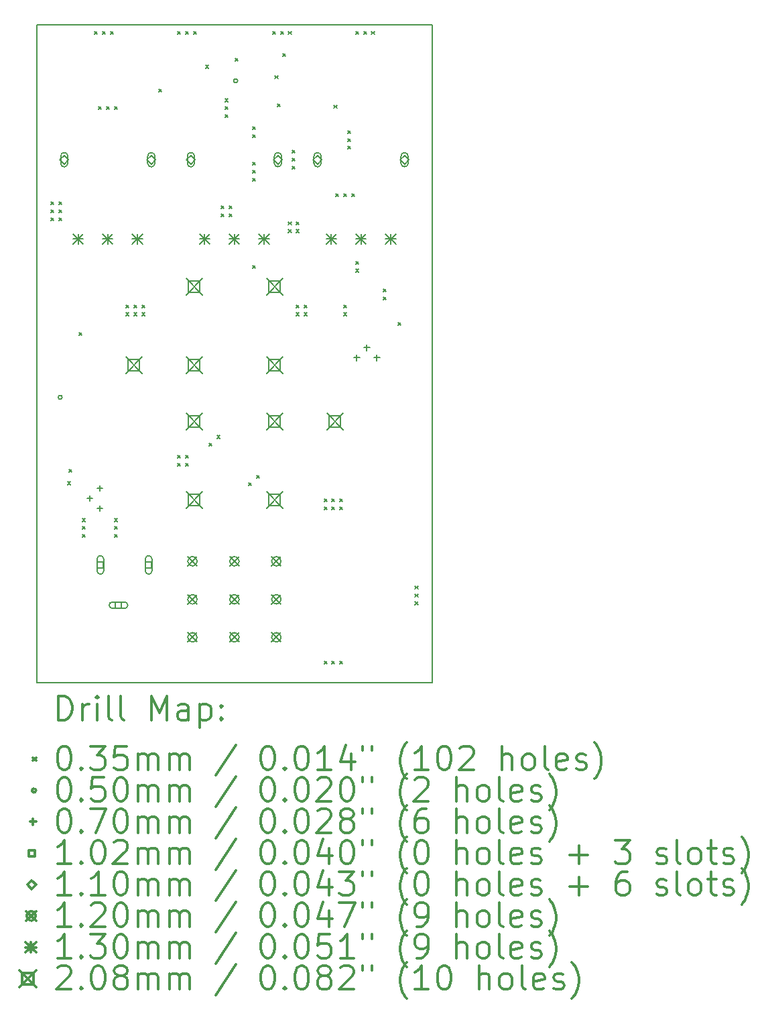
<source format=gbr>
%FSLAX45Y45*%
G04 Gerber Fmt 4.5, Leading zero omitted, Abs format (unit mm)*
G04 Created by KiCad (PCBNEW 6.0.0-rc1-unknown-f2ccad3~66~ubuntu18.04.1) date Mi 07 Nov 2018 22:10:33 CET*
%MOMM*%
%LPD*%
G01*
G04 APERTURE LIST*
%ADD10C,0.150000*%
%ADD11C,0.200000*%
%ADD12C,0.300000*%
G04 APERTURE END LIST*
D10*
X5000000Y0D02*
X5000000Y8300000D01*
X0Y8300000D02*
X0Y0D01*
X5000000Y8300000D02*
X0Y8300000D01*
X0Y0D02*
X5000000Y0D01*
D11*
X182500Y6067500D02*
X217500Y6032500D01*
X217500Y6067500D02*
X182500Y6032500D01*
X182500Y5967500D02*
X217500Y5932500D01*
X217500Y5967500D02*
X182500Y5932500D01*
X182500Y5967500D02*
X217500Y5932500D01*
X217500Y5967500D02*
X182500Y5932500D01*
X182500Y5967500D02*
X217500Y5932500D01*
X217500Y5967500D02*
X182500Y5932500D01*
X182500Y5867500D02*
X217500Y5832500D01*
X217500Y5867500D02*
X182500Y5832500D01*
X282500Y6067500D02*
X317500Y6032500D01*
X317500Y6067500D02*
X282500Y6032500D01*
X282500Y5967500D02*
X317500Y5932500D01*
X317500Y5967500D02*
X282500Y5932500D01*
X282500Y5867500D02*
X317500Y5832500D01*
X317500Y5867500D02*
X282500Y5832500D01*
X394380Y2533280D02*
X429380Y2498280D01*
X429380Y2533280D02*
X394380Y2498280D01*
X407500Y2692500D02*
X442500Y2657500D01*
X442500Y2692500D02*
X407500Y2657500D01*
X534020Y4417500D02*
X569020Y4382500D01*
X569020Y4417500D02*
X534020Y4382500D01*
X582500Y2067500D02*
X617500Y2032500D01*
X617500Y2067500D02*
X582500Y2032500D01*
X582500Y1967500D02*
X617500Y1932500D01*
X617500Y1967500D02*
X582500Y1932500D01*
X582500Y1867500D02*
X617500Y1832500D01*
X617500Y1867500D02*
X582500Y1832500D01*
X732500Y8217500D02*
X767500Y8182500D01*
X767500Y8217500D02*
X732500Y8182500D01*
X782500Y7267500D02*
X817500Y7232500D01*
X817500Y7267500D02*
X782500Y7232500D01*
X832500Y8217500D02*
X867500Y8182500D01*
X867500Y8217500D02*
X832500Y8182500D01*
X882500Y7267500D02*
X917500Y7232500D01*
X917500Y7267500D02*
X882500Y7232500D01*
X932500Y8217500D02*
X967500Y8182500D01*
X967500Y8217500D02*
X932500Y8182500D01*
X982500Y7267500D02*
X1017500Y7232500D01*
X1017500Y7267500D02*
X982500Y7232500D01*
X982500Y2067500D02*
X1017500Y2032500D01*
X1017500Y2067500D02*
X982500Y2032500D01*
X982500Y1967500D02*
X1017500Y1932500D01*
X1017500Y1967500D02*
X982500Y1932500D01*
X982500Y1867500D02*
X1017500Y1832500D01*
X1017500Y1867500D02*
X982500Y1832500D01*
X1132500Y4767500D02*
X1167500Y4732500D01*
X1167500Y4767500D02*
X1132500Y4732500D01*
X1132500Y4667500D02*
X1167500Y4632500D01*
X1167500Y4667500D02*
X1132500Y4632500D01*
X1232500Y4767500D02*
X1267500Y4732500D01*
X1267500Y4767500D02*
X1232500Y4732500D01*
X1232500Y4667500D02*
X1267500Y4632500D01*
X1267500Y4667500D02*
X1232500Y4632500D01*
X1332500Y4767500D02*
X1367500Y4732500D01*
X1367500Y4767500D02*
X1332500Y4732500D01*
X1332500Y4667500D02*
X1367500Y4632500D01*
X1367500Y4667500D02*
X1332500Y4632500D01*
X1546500Y7488610D02*
X1581500Y7453610D01*
X1581500Y7488610D02*
X1546500Y7453610D01*
X1782500Y8217500D02*
X1817500Y8182500D01*
X1817500Y8217500D02*
X1782500Y8182500D01*
X1782500Y2867500D02*
X1817500Y2832500D01*
X1817500Y2867500D02*
X1782500Y2832500D01*
X1782500Y2767500D02*
X1817500Y2732500D01*
X1817500Y2767500D02*
X1782500Y2732500D01*
X1882500Y8217500D02*
X1917500Y8182500D01*
X1917500Y8217500D02*
X1882500Y8182500D01*
X1882500Y2867500D02*
X1917500Y2832500D01*
X1917500Y2867500D02*
X1882500Y2832500D01*
X1882500Y2767500D02*
X1917500Y2732500D01*
X1917500Y2767500D02*
X1882500Y2732500D01*
X1982500Y8217500D02*
X2017500Y8182500D01*
X2017500Y8217500D02*
X1982500Y8182500D01*
X2137300Y7791700D02*
X2172300Y7756700D01*
X2172300Y7791700D02*
X2137300Y7756700D01*
X2182500Y3017500D02*
X2217500Y2982500D01*
X2217500Y3017500D02*
X2182500Y2982500D01*
X2282500Y3117500D02*
X2317500Y3082500D01*
X2317500Y3117500D02*
X2282500Y3082500D01*
X2332500Y6017500D02*
X2367500Y5982500D01*
X2367500Y6017500D02*
X2332500Y5982500D01*
X2332500Y5917500D02*
X2367500Y5882500D01*
X2367500Y5917500D02*
X2332500Y5882500D01*
X2382500Y7367500D02*
X2417500Y7332500D01*
X2417500Y7367500D02*
X2382500Y7332500D01*
X2382500Y7267500D02*
X2417500Y7232500D01*
X2417500Y7267500D02*
X2382500Y7232500D01*
X2382500Y7167500D02*
X2417500Y7132500D01*
X2417500Y7167500D02*
X2382500Y7132500D01*
X2432500Y6017500D02*
X2467500Y5982500D01*
X2467500Y6017500D02*
X2432500Y5982500D01*
X2432500Y5917500D02*
X2467500Y5882500D01*
X2467500Y5917500D02*
X2432500Y5882500D01*
X2510100Y7879400D02*
X2545100Y7844400D01*
X2545100Y7879400D02*
X2510100Y7844400D01*
X2682500Y2517500D02*
X2717500Y2482500D01*
X2717500Y2517500D02*
X2682500Y2482500D01*
X2732500Y7017500D02*
X2767500Y6982500D01*
X2767500Y7017500D02*
X2732500Y6982500D01*
X2732500Y6917500D02*
X2767500Y6882500D01*
X2767500Y6917500D02*
X2732500Y6882500D01*
X2732500Y6567500D02*
X2767500Y6532500D01*
X2767500Y6567500D02*
X2732500Y6532500D01*
X2732500Y6467500D02*
X2767500Y6432500D01*
X2767500Y6467500D02*
X2732500Y6432500D01*
X2732500Y6367500D02*
X2767500Y6332500D01*
X2767500Y6367500D02*
X2732500Y6332500D01*
X2732500Y5267500D02*
X2767500Y5232500D01*
X2767500Y5267500D02*
X2732500Y5232500D01*
X2782500Y2617500D02*
X2817500Y2582500D01*
X2817500Y2617500D02*
X2782500Y2582500D01*
X2982500Y8217500D02*
X3017500Y8182500D01*
X3017500Y8217500D02*
X2982500Y8182500D01*
X3013410Y7663610D02*
X3048410Y7628610D01*
X3048410Y7663610D02*
X3013410Y7628610D01*
X3045370Y7304230D02*
X3080370Y7269230D01*
X3080370Y7304230D02*
X3045370Y7269230D01*
X3082500Y8217500D02*
X3117500Y8182500D01*
X3117500Y8217500D02*
X3082500Y8182500D01*
X3107500Y7942500D02*
X3142500Y7907500D01*
X3142500Y7942500D02*
X3107500Y7907500D01*
X3182500Y8217500D02*
X3217500Y8182500D01*
X3217500Y8217500D02*
X3182500Y8182500D01*
X3182500Y5817500D02*
X3217500Y5782500D01*
X3217500Y5817500D02*
X3182500Y5782500D01*
X3182500Y5717500D02*
X3217500Y5682500D01*
X3217500Y5717500D02*
X3182500Y5682500D01*
X3232500Y6717500D02*
X3267500Y6682500D01*
X3267500Y6717500D02*
X3232500Y6682500D01*
X3232500Y6617500D02*
X3267500Y6582500D01*
X3267500Y6617500D02*
X3232500Y6582500D01*
X3232500Y6517500D02*
X3267500Y6482500D01*
X3267500Y6517500D02*
X3232500Y6482500D01*
X3282500Y5817500D02*
X3317500Y5782500D01*
X3317500Y5817500D02*
X3282500Y5782500D01*
X3282500Y5717500D02*
X3317500Y5682500D01*
X3317500Y5717500D02*
X3282500Y5682500D01*
X3282500Y4767500D02*
X3317500Y4732500D01*
X3317500Y4767500D02*
X3282500Y4732500D01*
X3282500Y4667500D02*
X3317500Y4632500D01*
X3317500Y4667500D02*
X3282500Y4632500D01*
X3382500Y4767500D02*
X3417500Y4732500D01*
X3417500Y4767500D02*
X3382500Y4732500D01*
X3382500Y4667500D02*
X3417500Y4632500D01*
X3417500Y4667500D02*
X3382500Y4632500D01*
X3632500Y2317500D02*
X3667500Y2282500D01*
X3667500Y2317500D02*
X3632500Y2282500D01*
X3632500Y2217500D02*
X3667500Y2182500D01*
X3667500Y2217500D02*
X3632500Y2182500D01*
X3632500Y267500D02*
X3667500Y232500D01*
X3667500Y267500D02*
X3632500Y232500D01*
X3732500Y2317500D02*
X3767500Y2282500D01*
X3767500Y2317500D02*
X3732500Y2282500D01*
X3732500Y2217500D02*
X3767500Y2182500D01*
X3767500Y2217500D02*
X3732500Y2182500D01*
X3732500Y267500D02*
X3767500Y232500D01*
X3767500Y267500D02*
X3732500Y232500D01*
X3758280Y7287680D02*
X3793280Y7252680D01*
X3793280Y7287680D02*
X3758280Y7252680D01*
X3782500Y6167500D02*
X3817500Y6132500D01*
X3817500Y6167500D02*
X3782500Y6132500D01*
X3832500Y2317500D02*
X3867500Y2282500D01*
X3867500Y2317500D02*
X3832500Y2282500D01*
X3832500Y2217500D02*
X3867500Y2182500D01*
X3867500Y2217500D02*
X3832500Y2182500D01*
X3832500Y267500D02*
X3867500Y232500D01*
X3867500Y267500D02*
X3832500Y232500D01*
X3882500Y6167500D02*
X3917500Y6132500D01*
X3917500Y6167500D02*
X3882500Y6132500D01*
X3882500Y4767500D02*
X3917500Y4732500D01*
X3917500Y4767500D02*
X3882500Y4732500D01*
X3882500Y4667500D02*
X3917500Y4632500D01*
X3917500Y4667500D02*
X3882500Y4632500D01*
X3932500Y6967500D02*
X3967500Y6932500D01*
X3967500Y6967500D02*
X3932500Y6932500D01*
X3932500Y6867500D02*
X3967500Y6832500D01*
X3967500Y6867500D02*
X3932500Y6832500D01*
X3932500Y6767500D02*
X3967500Y6732500D01*
X3967500Y6767500D02*
X3932500Y6732500D01*
X3982500Y6167500D02*
X4017500Y6132500D01*
X4017500Y6167500D02*
X3982500Y6132500D01*
X4032500Y8217500D02*
X4067500Y8182500D01*
X4067500Y8217500D02*
X4032500Y8182500D01*
X4032500Y5317500D02*
X4067500Y5282500D01*
X4067500Y5317500D02*
X4032500Y5282500D01*
X4032500Y5217500D02*
X4067500Y5182500D01*
X4067500Y5217500D02*
X4032500Y5182500D01*
X4132500Y8217500D02*
X4167500Y8182500D01*
X4167500Y8217500D02*
X4132500Y8182500D01*
X4232500Y8217500D02*
X4267500Y8182500D01*
X4267500Y8217500D02*
X4232500Y8182500D01*
X4382500Y4967500D02*
X4417500Y4932500D01*
X4417500Y4967500D02*
X4382500Y4932500D01*
X4382500Y4867500D02*
X4417500Y4832500D01*
X4417500Y4867500D02*
X4382500Y4832500D01*
X4569670Y4546880D02*
X4604670Y4511880D01*
X4604670Y4546880D02*
X4569670Y4511880D01*
X4782500Y1217500D02*
X4817500Y1182500D01*
X4817500Y1217500D02*
X4782500Y1182500D01*
X4782500Y1117500D02*
X4817500Y1082500D01*
X4817500Y1117500D02*
X4782500Y1082500D01*
X4782500Y1017500D02*
X4817500Y982500D01*
X4817500Y1017500D02*
X4782500Y982500D01*
X325000Y3600000D02*
G75*
G03X325000Y3600000I-25000J0D01*
G01*
X2540360Y7596320D02*
G75*
G03X2540360Y7596320I-25000J0D01*
G01*
X673000Y2358000D02*
X673000Y2288000D01*
X638000Y2323000D02*
X708000Y2323000D01*
X800000Y2485000D02*
X800000Y2415000D01*
X765000Y2450000D02*
X835000Y2450000D01*
X800000Y2231000D02*
X800000Y2161000D01*
X765000Y2196000D02*
X835000Y2196000D01*
X4046000Y4135000D02*
X4046000Y4065000D01*
X4011000Y4100000D02*
X4081000Y4100000D01*
X4173000Y4262000D02*
X4173000Y4192000D01*
X4138000Y4227000D02*
X4208000Y4227000D01*
X4300000Y4135000D02*
X4300000Y4065000D01*
X4265000Y4100000D02*
X4335000Y4100000D01*
X842063Y1447437D02*
X842063Y1519563D01*
X769937Y1519563D01*
X769937Y1447437D01*
X842063Y1447437D01*
X765000Y1559500D02*
X765000Y1407500D01*
X847000Y1559500D02*
X847000Y1407500D01*
X765000Y1407500D02*
G75*
G03X847000Y1407500I41000J0D01*
G01*
X847000Y1559500D02*
G75*
G03X765000Y1559500I-41000J0D01*
G01*
X1071063Y939437D02*
X1071063Y1011563D01*
X998937Y1011563D01*
X998937Y939437D01*
X1071063Y939437D01*
X959000Y934500D02*
X1111000Y934500D01*
X959000Y1016500D02*
X1111000Y1016500D01*
X1111000Y934500D02*
G75*
G03X1111000Y1016500I0J41000D01*
G01*
X959000Y1016500D02*
G75*
G03X959000Y934500I0J-41000D01*
G01*
X1452063Y1447437D02*
X1452063Y1519563D01*
X1379937Y1519563D01*
X1379937Y1447437D01*
X1452063Y1447437D01*
X1375000Y1559500D02*
X1375000Y1407500D01*
X1457000Y1559500D02*
X1457000Y1407500D01*
X1375000Y1407500D02*
G75*
G03X1457000Y1407500I41000J0D01*
G01*
X1457000Y1559500D02*
G75*
G03X1375000Y1559500I-41000J0D01*
G01*
X3550000Y6545000D02*
X3605000Y6600000D01*
X3550000Y6655000D01*
X3495000Y6600000D01*
X3550000Y6545000D01*
X3505000Y6645000D02*
X3505000Y6555000D01*
X3595000Y6645000D02*
X3595000Y6555000D01*
X3505000Y6555000D02*
G75*
G03X3595000Y6555000I45000J0D01*
G01*
X3595000Y6645000D02*
G75*
G03X3505000Y6645000I-45000J0D01*
G01*
X4650000Y6545000D02*
X4705000Y6600000D01*
X4650000Y6655000D01*
X4595000Y6600000D01*
X4650000Y6545000D01*
X4605000Y6645000D02*
X4605000Y6555000D01*
X4695000Y6645000D02*
X4695000Y6555000D01*
X4605000Y6555000D02*
G75*
G03X4695000Y6555000I45000J0D01*
G01*
X4695000Y6645000D02*
G75*
G03X4605000Y6645000I-45000J0D01*
G01*
X1950000Y6545000D02*
X2005000Y6600000D01*
X1950000Y6655000D01*
X1895000Y6600000D01*
X1950000Y6545000D01*
X1905000Y6645000D02*
X1905000Y6555000D01*
X1995000Y6645000D02*
X1995000Y6555000D01*
X1905000Y6555000D02*
G75*
G03X1995000Y6555000I45000J0D01*
G01*
X1995000Y6645000D02*
G75*
G03X1905000Y6645000I-45000J0D01*
G01*
X3050000Y6545000D02*
X3105000Y6600000D01*
X3050000Y6655000D01*
X2995000Y6600000D01*
X3050000Y6545000D01*
X3005000Y6645000D02*
X3005000Y6555000D01*
X3095000Y6645000D02*
X3095000Y6555000D01*
X3005000Y6555000D02*
G75*
G03X3095000Y6555000I45000J0D01*
G01*
X3095000Y6645000D02*
G75*
G03X3005000Y6645000I-45000J0D01*
G01*
X350000Y6545000D02*
X405000Y6600000D01*
X350000Y6655000D01*
X295000Y6600000D01*
X350000Y6545000D01*
X305000Y6645000D02*
X305000Y6555000D01*
X395000Y6645000D02*
X395000Y6555000D01*
X305000Y6555000D02*
G75*
G03X395000Y6555000I45000J0D01*
G01*
X395000Y6645000D02*
G75*
G03X305000Y6645000I-45000J0D01*
G01*
X1450000Y6545000D02*
X1505000Y6600000D01*
X1450000Y6655000D01*
X1395000Y6600000D01*
X1450000Y6545000D01*
X1405000Y6645000D02*
X1405000Y6555000D01*
X1495000Y6645000D02*
X1495000Y6555000D01*
X1405000Y6555000D02*
G75*
G03X1495000Y6555000I45000J0D01*
G01*
X1495000Y6645000D02*
G75*
G03X1405000Y6645000I-45000J0D01*
G01*
X1910000Y1590000D02*
X2030000Y1470000D01*
X2030000Y1590000D02*
X1910000Y1470000D01*
X2030000Y1530000D02*
G75*
G03X2030000Y1530000I-60000J0D01*
G01*
X1910000Y1110000D02*
X2030000Y990000D01*
X2030000Y1110000D02*
X1910000Y990000D01*
X2030000Y1050000D02*
G75*
G03X2030000Y1050000I-60000J0D01*
G01*
X1910000Y630000D02*
X2030000Y510000D01*
X2030000Y630000D02*
X1910000Y510000D01*
X2030000Y570000D02*
G75*
G03X2030000Y570000I-60000J0D01*
G01*
X2440000Y1590000D02*
X2560000Y1470000D01*
X2560000Y1590000D02*
X2440000Y1470000D01*
X2560000Y1530000D02*
G75*
G03X2560000Y1530000I-60000J0D01*
G01*
X2440000Y1110000D02*
X2560000Y990000D01*
X2560000Y1110000D02*
X2440000Y990000D01*
X2560000Y1050000D02*
G75*
G03X2560000Y1050000I-60000J0D01*
G01*
X2440000Y630000D02*
X2560000Y510000D01*
X2560000Y630000D02*
X2440000Y510000D01*
X2560000Y570000D02*
G75*
G03X2560000Y570000I-60000J0D01*
G01*
X2970000Y1590000D02*
X3090000Y1470000D01*
X3090000Y1590000D02*
X2970000Y1470000D01*
X3090000Y1530000D02*
G75*
G03X3090000Y1530000I-60000J0D01*
G01*
X2970000Y1110000D02*
X3090000Y990000D01*
X3090000Y1110000D02*
X2970000Y990000D01*
X3090000Y1050000D02*
G75*
G03X3090000Y1050000I-60000J0D01*
G01*
X2970000Y630000D02*
X3090000Y510000D01*
X3090000Y630000D02*
X2970000Y510000D01*
X3090000Y570000D02*
G75*
G03X3090000Y570000I-60000J0D01*
G01*
X3660000Y5665000D02*
X3790000Y5535000D01*
X3790000Y5665000D02*
X3660000Y5535000D01*
X3725000Y5665000D02*
X3725000Y5535000D01*
X3660000Y5600000D02*
X3790000Y5600000D01*
X4035000Y5665000D02*
X4165000Y5535000D01*
X4165000Y5665000D02*
X4035000Y5535000D01*
X4100000Y5665000D02*
X4100000Y5535000D01*
X4035000Y5600000D02*
X4165000Y5600000D01*
X4410000Y5665000D02*
X4540000Y5535000D01*
X4540000Y5665000D02*
X4410000Y5535000D01*
X4475000Y5665000D02*
X4475000Y5535000D01*
X4410000Y5600000D02*
X4540000Y5600000D01*
X2060000Y5665000D02*
X2190000Y5535000D01*
X2190000Y5665000D02*
X2060000Y5535000D01*
X2125000Y5665000D02*
X2125000Y5535000D01*
X2060000Y5600000D02*
X2190000Y5600000D01*
X2435000Y5665000D02*
X2565000Y5535000D01*
X2565000Y5665000D02*
X2435000Y5535000D01*
X2500000Y5665000D02*
X2500000Y5535000D01*
X2435000Y5600000D02*
X2565000Y5600000D01*
X2810000Y5665000D02*
X2940000Y5535000D01*
X2940000Y5665000D02*
X2810000Y5535000D01*
X2875000Y5665000D02*
X2875000Y5535000D01*
X2810000Y5600000D02*
X2940000Y5600000D01*
X460000Y5665000D02*
X590000Y5535000D01*
X590000Y5665000D02*
X460000Y5535000D01*
X525000Y5665000D02*
X525000Y5535000D01*
X460000Y5600000D02*
X590000Y5600000D01*
X835000Y5665000D02*
X965000Y5535000D01*
X965000Y5665000D02*
X835000Y5535000D01*
X900000Y5665000D02*
X900000Y5535000D01*
X835000Y5600000D02*
X965000Y5600000D01*
X1210000Y5665000D02*
X1340000Y5535000D01*
X1340000Y5665000D02*
X1210000Y5535000D01*
X1275000Y5665000D02*
X1275000Y5535000D01*
X1210000Y5600000D02*
X1340000Y5600000D01*
X1888000Y3399500D02*
X2096000Y3191500D01*
X2096000Y3399500D02*
X1888000Y3191500D01*
X2065540Y3221960D02*
X2065540Y3369040D01*
X1918460Y3369040D01*
X1918460Y3221960D01*
X2065540Y3221960D01*
X1888000Y2408500D02*
X2096000Y2200500D01*
X2096000Y2408500D02*
X1888000Y2200500D01*
X2065540Y2230960D02*
X2065540Y2378040D01*
X1918460Y2378040D01*
X1918460Y2230960D01*
X2065540Y2230960D01*
X2904000Y3399500D02*
X3112000Y3191500D01*
X3112000Y3399500D02*
X2904000Y3191500D01*
X3081540Y3221960D02*
X3081540Y3369040D01*
X2934460Y3369040D01*
X2934460Y3221960D01*
X3081540Y3221960D01*
X2904000Y2408500D02*
X3112000Y2200500D01*
X3112000Y2408500D02*
X2904000Y2200500D01*
X3081540Y2230960D02*
X3081540Y2378040D01*
X2934460Y2378040D01*
X2934460Y2230960D01*
X3081540Y2230960D01*
X3666000Y3399500D02*
X3874000Y3191500D01*
X3874000Y3399500D02*
X3666000Y3191500D01*
X3843540Y3221960D02*
X3843540Y3369040D01*
X3696460Y3369040D01*
X3696460Y3221960D01*
X3843540Y3221960D01*
X1126000Y4108500D02*
X1334000Y3900500D01*
X1334000Y4108500D02*
X1126000Y3900500D01*
X1303540Y3930960D02*
X1303540Y4078040D01*
X1156460Y4078040D01*
X1156460Y3930960D01*
X1303540Y3930960D01*
X1888000Y5099500D02*
X2096000Y4891500D01*
X2096000Y5099500D02*
X1888000Y4891500D01*
X2065540Y4921960D02*
X2065540Y5069040D01*
X1918460Y5069040D01*
X1918460Y4921960D01*
X2065540Y4921960D01*
X1888000Y4108500D02*
X2096000Y3900500D01*
X2096000Y4108500D02*
X1888000Y3900500D01*
X2065540Y3930960D02*
X2065540Y4078040D01*
X1918460Y4078040D01*
X1918460Y3930960D01*
X2065540Y3930960D01*
X2904000Y5099500D02*
X3112000Y4891500D01*
X3112000Y5099500D02*
X2904000Y4891500D01*
X3081540Y4921960D02*
X3081540Y5069040D01*
X2934460Y5069040D01*
X2934460Y4921960D01*
X3081540Y4921960D01*
X2904000Y4108500D02*
X3112000Y3900500D01*
X3112000Y4108500D02*
X2904000Y3900500D01*
X3081540Y3930960D02*
X3081540Y4078040D01*
X2934460Y4078040D01*
X2934460Y3930960D01*
X3081540Y3930960D01*
D12*
X278928Y-473214D02*
X278928Y-173214D01*
X350357Y-173214D01*
X393214Y-187500D01*
X421786Y-216071D01*
X436071Y-244643D01*
X450357Y-301786D01*
X450357Y-344643D01*
X436071Y-401786D01*
X421786Y-430357D01*
X393214Y-458929D01*
X350357Y-473214D01*
X278928Y-473214D01*
X578928Y-473214D02*
X578928Y-273214D01*
X578928Y-330357D02*
X593214Y-301786D01*
X607500Y-287500D01*
X636071Y-273214D01*
X664643Y-273214D01*
X764643Y-473214D02*
X764643Y-273214D01*
X764643Y-173214D02*
X750357Y-187500D01*
X764643Y-201786D01*
X778928Y-187500D01*
X764643Y-173214D01*
X764643Y-201786D01*
X950357Y-473214D02*
X921786Y-458929D01*
X907500Y-430357D01*
X907500Y-173214D01*
X1107500Y-473214D02*
X1078928Y-458929D01*
X1064643Y-430357D01*
X1064643Y-173214D01*
X1450357Y-473214D02*
X1450357Y-173214D01*
X1550357Y-387500D01*
X1650357Y-173214D01*
X1650357Y-473214D01*
X1921786Y-473214D02*
X1921786Y-316072D01*
X1907500Y-287500D01*
X1878928Y-273214D01*
X1821786Y-273214D01*
X1793214Y-287500D01*
X1921786Y-458929D02*
X1893214Y-473214D01*
X1821786Y-473214D01*
X1793214Y-458929D01*
X1778928Y-430357D01*
X1778928Y-401786D01*
X1793214Y-373214D01*
X1821786Y-358929D01*
X1893214Y-358929D01*
X1921786Y-344643D01*
X2064643Y-273214D02*
X2064643Y-573214D01*
X2064643Y-287500D02*
X2093214Y-273214D01*
X2150357Y-273214D01*
X2178928Y-287500D01*
X2193214Y-301786D01*
X2207500Y-330357D01*
X2207500Y-416071D01*
X2193214Y-444643D01*
X2178928Y-458929D01*
X2150357Y-473214D01*
X2093214Y-473214D01*
X2064643Y-458929D01*
X2336071Y-444643D02*
X2350357Y-458929D01*
X2336071Y-473214D01*
X2321786Y-458929D01*
X2336071Y-444643D01*
X2336071Y-473214D01*
X2336071Y-287500D02*
X2350357Y-301786D01*
X2336071Y-316072D01*
X2321786Y-301786D01*
X2336071Y-287500D01*
X2336071Y-316072D01*
X-42500Y-950000D02*
X-7500Y-985000D01*
X-7500Y-950000D02*
X-42500Y-985000D01*
X336071Y-803214D02*
X364643Y-803214D01*
X393214Y-817500D01*
X407500Y-831786D01*
X421786Y-860357D01*
X436071Y-917500D01*
X436071Y-988929D01*
X421786Y-1046071D01*
X407500Y-1074643D01*
X393214Y-1088929D01*
X364643Y-1103214D01*
X336071Y-1103214D01*
X307500Y-1088929D01*
X293214Y-1074643D01*
X278928Y-1046071D01*
X264643Y-988929D01*
X264643Y-917500D01*
X278928Y-860357D01*
X293214Y-831786D01*
X307500Y-817500D01*
X336071Y-803214D01*
X564643Y-1074643D02*
X578928Y-1088929D01*
X564643Y-1103214D01*
X550357Y-1088929D01*
X564643Y-1074643D01*
X564643Y-1103214D01*
X678928Y-803214D02*
X864643Y-803214D01*
X764643Y-917500D01*
X807500Y-917500D01*
X836071Y-931786D01*
X850357Y-946071D01*
X864643Y-974643D01*
X864643Y-1046071D01*
X850357Y-1074643D01*
X836071Y-1088929D01*
X807500Y-1103214D01*
X721786Y-1103214D01*
X693214Y-1088929D01*
X678928Y-1074643D01*
X1136071Y-803214D02*
X993214Y-803214D01*
X978928Y-946071D01*
X993214Y-931786D01*
X1021786Y-917500D01*
X1093214Y-917500D01*
X1121786Y-931786D01*
X1136071Y-946071D01*
X1150357Y-974643D01*
X1150357Y-1046071D01*
X1136071Y-1074643D01*
X1121786Y-1088929D01*
X1093214Y-1103214D01*
X1021786Y-1103214D01*
X993214Y-1088929D01*
X978928Y-1074643D01*
X1278928Y-1103214D02*
X1278928Y-903214D01*
X1278928Y-931786D02*
X1293214Y-917500D01*
X1321786Y-903214D01*
X1364643Y-903214D01*
X1393214Y-917500D01*
X1407500Y-946071D01*
X1407500Y-1103214D01*
X1407500Y-946071D02*
X1421786Y-917500D01*
X1450357Y-903214D01*
X1493214Y-903214D01*
X1521786Y-917500D01*
X1536071Y-946071D01*
X1536071Y-1103214D01*
X1678928Y-1103214D02*
X1678928Y-903214D01*
X1678928Y-931786D02*
X1693214Y-917500D01*
X1721786Y-903214D01*
X1764643Y-903214D01*
X1793214Y-917500D01*
X1807500Y-946071D01*
X1807500Y-1103214D01*
X1807500Y-946071D02*
X1821786Y-917500D01*
X1850357Y-903214D01*
X1893214Y-903214D01*
X1921786Y-917500D01*
X1936071Y-946071D01*
X1936071Y-1103214D01*
X2521786Y-788929D02*
X2264643Y-1174643D01*
X2907500Y-803214D02*
X2936071Y-803214D01*
X2964643Y-817500D01*
X2978928Y-831786D01*
X2993214Y-860357D01*
X3007500Y-917500D01*
X3007500Y-988929D01*
X2993214Y-1046071D01*
X2978928Y-1074643D01*
X2964643Y-1088929D01*
X2936071Y-1103214D01*
X2907500Y-1103214D01*
X2878928Y-1088929D01*
X2864643Y-1074643D01*
X2850357Y-1046071D01*
X2836071Y-988929D01*
X2836071Y-917500D01*
X2850357Y-860357D01*
X2864643Y-831786D01*
X2878928Y-817500D01*
X2907500Y-803214D01*
X3136071Y-1074643D02*
X3150357Y-1088929D01*
X3136071Y-1103214D01*
X3121786Y-1088929D01*
X3136071Y-1074643D01*
X3136071Y-1103214D01*
X3336071Y-803214D02*
X3364643Y-803214D01*
X3393214Y-817500D01*
X3407500Y-831786D01*
X3421786Y-860357D01*
X3436071Y-917500D01*
X3436071Y-988929D01*
X3421786Y-1046071D01*
X3407500Y-1074643D01*
X3393214Y-1088929D01*
X3364643Y-1103214D01*
X3336071Y-1103214D01*
X3307500Y-1088929D01*
X3293214Y-1074643D01*
X3278928Y-1046071D01*
X3264643Y-988929D01*
X3264643Y-917500D01*
X3278928Y-860357D01*
X3293214Y-831786D01*
X3307500Y-817500D01*
X3336071Y-803214D01*
X3721786Y-1103214D02*
X3550357Y-1103214D01*
X3636071Y-1103214D02*
X3636071Y-803214D01*
X3607500Y-846071D01*
X3578928Y-874643D01*
X3550357Y-888929D01*
X3978928Y-903214D02*
X3978928Y-1103214D01*
X3907500Y-788929D02*
X3836071Y-1003214D01*
X4021786Y-1003214D01*
X4121786Y-803214D02*
X4121786Y-860357D01*
X4236071Y-803214D02*
X4236071Y-860357D01*
X4678928Y-1217500D02*
X4664643Y-1203214D01*
X4636071Y-1160357D01*
X4621786Y-1131786D01*
X4607500Y-1088929D01*
X4593214Y-1017500D01*
X4593214Y-960357D01*
X4607500Y-888929D01*
X4621786Y-846071D01*
X4636071Y-817500D01*
X4664643Y-774643D01*
X4678928Y-760357D01*
X4950357Y-1103214D02*
X4778928Y-1103214D01*
X4864643Y-1103214D02*
X4864643Y-803214D01*
X4836071Y-846071D01*
X4807500Y-874643D01*
X4778928Y-888929D01*
X5136071Y-803214D02*
X5164643Y-803214D01*
X5193214Y-817500D01*
X5207500Y-831786D01*
X5221786Y-860357D01*
X5236071Y-917500D01*
X5236071Y-988929D01*
X5221786Y-1046071D01*
X5207500Y-1074643D01*
X5193214Y-1088929D01*
X5164643Y-1103214D01*
X5136071Y-1103214D01*
X5107500Y-1088929D01*
X5093214Y-1074643D01*
X5078928Y-1046071D01*
X5064643Y-988929D01*
X5064643Y-917500D01*
X5078928Y-860357D01*
X5093214Y-831786D01*
X5107500Y-817500D01*
X5136071Y-803214D01*
X5350357Y-831786D02*
X5364643Y-817500D01*
X5393214Y-803214D01*
X5464643Y-803214D01*
X5493214Y-817500D01*
X5507500Y-831786D01*
X5521786Y-860357D01*
X5521786Y-888929D01*
X5507500Y-931786D01*
X5336071Y-1103214D01*
X5521786Y-1103214D01*
X5878928Y-1103214D02*
X5878928Y-803214D01*
X6007500Y-1103214D02*
X6007500Y-946071D01*
X5993214Y-917500D01*
X5964643Y-903214D01*
X5921786Y-903214D01*
X5893214Y-917500D01*
X5878928Y-931786D01*
X6193214Y-1103214D02*
X6164643Y-1088929D01*
X6150357Y-1074643D01*
X6136071Y-1046071D01*
X6136071Y-960357D01*
X6150357Y-931786D01*
X6164643Y-917500D01*
X6193214Y-903214D01*
X6236071Y-903214D01*
X6264643Y-917500D01*
X6278928Y-931786D01*
X6293214Y-960357D01*
X6293214Y-1046071D01*
X6278928Y-1074643D01*
X6264643Y-1088929D01*
X6236071Y-1103214D01*
X6193214Y-1103214D01*
X6464643Y-1103214D02*
X6436071Y-1088929D01*
X6421786Y-1060357D01*
X6421786Y-803214D01*
X6693214Y-1088929D02*
X6664643Y-1103214D01*
X6607500Y-1103214D01*
X6578928Y-1088929D01*
X6564643Y-1060357D01*
X6564643Y-946071D01*
X6578928Y-917500D01*
X6607500Y-903214D01*
X6664643Y-903214D01*
X6693214Y-917500D01*
X6707500Y-946071D01*
X6707500Y-974643D01*
X6564643Y-1003214D01*
X6821786Y-1088929D02*
X6850357Y-1103214D01*
X6907500Y-1103214D01*
X6936071Y-1088929D01*
X6950357Y-1060357D01*
X6950357Y-1046071D01*
X6936071Y-1017500D01*
X6907500Y-1003214D01*
X6864643Y-1003214D01*
X6836071Y-988929D01*
X6821786Y-960357D01*
X6821786Y-946071D01*
X6836071Y-917500D01*
X6864643Y-903214D01*
X6907500Y-903214D01*
X6936071Y-917500D01*
X7050357Y-1217500D02*
X7064643Y-1203214D01*
X7093214Y-1160357D01*
X7107500Y-1131786D01*
X7121786Y-1088929D01*
X7136071Y-1017500D01*
X7136071Y-960357D01*
X7121786Y-888929D01*
X7107500Y-846071D01*
X7093214Y-817500D01*
X7064643Y-774643D01*
X7050357Y-760357D01*
X-7500Y-1363500D02*
G75*
G03X-7500Y-1363500I-25000J0D01*
G01*
X336071Y-1199214D02*
X364643Y-1199214D01*
X393214Y-1213500D01*
X407500Y-1227786D01*
X421786Y-1256357D01*
X436071Y-1313500D01*
X436071Y-1384929D01*
X421786Y-1442071D01*
X407500Y-1470643D01*
X393214Y-1484929D01*
X364643Y-1499214D01*
X336071Y-1499214D01*
X307500Y-1484929D01*
X293214Y-1470643D01*
X278928Y-1442071D01*
X264643Y-1384929D01*
X264643Y-1313500D01*
X278928Y-1256357D01*
X293214Y-1227786D01*
X307500Y-1213500D01*
X336071Y-1199214D01*
X564643Y-1470643D02*
X578928Y-1484929D01*
X564643Y-1499214D01*
X550357Y-1484929D01*
X564643Y-1470643D01*
X564643Y-1499214D01*
X850357Y-1199214D02*
X707500Y-1199214D01*
X693214Y-1342072D01*
X707500Y-1327786D01*
X736071Y-1313500D01*
X807500Y-1313500D01*
X836071Y-1327786D01*
X850357Y-1342072D01*
X864643Y-1370643D01*
X864643Y-1442071D01*
X850357Y-1470643D01*
X836071Y-1484929D01*
X807500Y-1499214D01*
X736071Y-1499214D01*
X707500Y-1484929D01*
X693214Y-1470643D01*
X1050357Y-1199214D02*
X1078928Y-1199214D01*
X1107500Y-1213500D01*
X1121786Y-1227786D01*
X1136071Y-1256357D01*
X1150357Y-1313500D01*
X1150357Y-1384929D01*
X1136071Y-1442071D01*
X1121786Y-1470643D01*
X1107500Y-1484929D01*
X1078928Y-1499214D01*
X1050357Y-1499214D01*
X1021786Y-1484929D01*
X1007500Y-1470643D01*
X993214Y-1442071D01*
X978928Y-1384929D01*
X978928Y-1313500D01*
X993214Y-1256357D01*
X1007500Y-1227786D01*
X1021786Y-1213500D01*
X1050357Y-1199214D01*
X1278928Y-1499214D02*
X1278928Y-1299214D01*
X1278928Y-1327786D02*
X1293214Y-1313500D01*
X1321786Y-1299214D01*
X1364643Y-1299214D01*
X1393214Y-1313500D01*
X1407500Y-1342072D01*
X1407500Y-1499214D01*
X1407500Y-1342072D02*
X1421786Y-1313500D01*
X1450357Y-1299214D01*
X1493214Y-1299214D01*
X1521786Y-1313500D01*
X1536071Y-1342072D01*
X1536071Y-1499214D01*
X1678928Y-1499214D02*
X1678928Y-1299214D01*
X1678928Y-1327786D02*
X1693214Y-1313500D01*
X1721786Y-1299214D01*
X1764643Y-1299214D01*
X1793214Y-1313500D01*
X1807500Y-1342072D01*
X1807500Y-1499214D01*
X1807500Y-1342072D02*
X1821786Y-1313500D01*
X1850357Y-1299214D01*
X1893214Y-1299214D01*
X1921786Y-1313500D01*
X1936071Y-1342072D01*
X1936071Y-1499214D01*
X2521786Y-1184929D02*
X2264643Y-1570643D01*
X2907500Y-1199214D02*
X2936071Y-1199214D01*
X2964643Y-1213500D01*
X2978928Y-1227786D01*
X2993214Y-1256357D01*
X3007500Y-1313500D01*
X3007500Y-1384929D01*
X2993214Y-1442071D01*
X2978928Y-1470643D01*
X2964643Y-1484929D01*
X2936071Y-1499214D01*
X2907500Y-1499214D01*
X2878928Y-1484929D01*
X2864643Y-1470643D01*
X2850357Y-1442071D01*
X2836071Y-1384929D01*
X2836071Y-1313500D01*
X2850357Y-1256357D01*
X2864643Y-1227786D01*
X2878928Y-1213500D01*
X2907500Y-1199214D01*
X3136071Y-1470643D02*
X3150357Y-1484929D01*
X3136071Y-1499214D01*
X3121786Y-1484929D01*
X3136071Y-1470643D01*
X3136071Y-1499214D01*
X3336071Y-1199214D02*
X3364643Y-1199214D01*
X3393214Y-1213500D01*
X3407500Y-1227786D01*
X3421786Y-1256357D01*
X3436071Y-1313500D01*
X3436071Y-1384929D01*
X3421786Y-1442071D01*
X3407500Y-1470643D01*
X3393214Y-1484929D01*
X3364643Y-1499214D01*
X3336071Y-1499214D01*
X3307500Y-1484929D01*
X3293214Y-1470643D01*
X3278928Y-1442071D01*
X3264643Y-1384929D01*
X3264643Y-1313500D01*
X3278928Y-1256357D01*
X3293214Y-1227786D01*
X3307500Y-1213500D01*
X3336071Y-1199214D01*
X3550357Y-1227786D02*
X3564643Y-1213500D01*
X3593214Y-1199214D01*
X3664643Y-1199214D01*
X3693214Y-1213500D01*
X3707500Y-1227786D01*
X3721786Y-1256357D01*
X3721786Y-1284929D01*
X3707500Y-1327786D01*
X3536071Y-1499214D01*
X3721786Y-1499214D01*
X3907500Y-1199214D02*
X3936071Y-1199214D01*
X3964643Y-1213500D01*
X3978928Y-1227786D01*
X3993214Y-1256357D01*
X4007500Y-1313500D01*
X4007500Y-1384929D01*
X3993214Y-1442071D01*
X3978928Y-1470643D01*
X3964643Y-1484929D01*
X3936071Y-1499214D01*
X3907500Y-1499214D01*
X3878928Y-1484929D01*
X3864643Y-1470643D01*
X3850357Y-1442071D01*
X3836071Y-1384929D01*
X3836071Y-1313500D01*
X3850357Y-1256357D01*
X3864643Y-1227786D01*
X3878928Y-1213500D01*
X3907500Y-1199214D01*
X4121786Y-1199214D02*
X4121786Y-1256357D01*
X4236071Y-1199214D02*
X4236071Y-1256357D01*
X4678928Y-1613500D02*
X4664643Y-1599214D01*
X4636071Y-1556357D01*
X4621786Y-1527786D01*
X4607500Y-1484929D01*
X4593214Y-1413500D01*
X4593214Y-1356357D01*
X4607500Y-1284929D01*
X4621786Y-1242072D01*
X4636071Y-1213500D01*
X4664643Y-1170643D01*
X4678928Y-1156357D01*
X4778928Y-1227786D02*
X4793214Y-1213500D01*
X4821786Y-1199214D01*
X4893214Y-1199214D01*
X4921786Y-1213500D01*
X4936071Y-1227786D01*
X4950357Y-1256357D01*
X4950357Y-1284929D01*
X4936071Y-1327786D01*
X4764643Y-1499214D01*
X4950357Y-1499214D01*
X5307500Y-1499214D02*
X5307500Y-1199214D01*
X5436071Y-1499214D02*
X5436071Y-1342072D01*
X5421786Y-1313500D01*
X5393214Y-1299214D01*
X5350357Y-1299214D01*
X5321786Y-1313500D01*
X5307500Y-1327786D01*
X5621786Y-1499214D02*
X5593214Y-1484929D01*
X5578928Y-1470643D01*
X5564643Y-1442071D01*
X5564643Y-1356357D01*
X5578928Y-1327786D01*
X5593214Y-1313500D01*
X5621786Y-1299214D01*
X5664643Y-1299214D01*
X5693214Y-1313500D01*
X5707500Y-1327786D01*
X5721786Y-1356357D01*
X5721786Y-1442071D01*
X5707500Y-1470643D01*
X5693214Y-1484929D01*
X5664643Y-1499214D01*
X5621786Y-1499214D01*
X5893214Y-1499214D02*
X5864643Y-1484929D01*
X5850357Y-1456357D01*
X5850357Y-1199214D01*
X6121786Y-1484929D02*
X6093214Y-1499214D01*
X6036071Y-1499214D01*
X6007500Y-1484929D01*
X5993214Y-1456357D01*
X5993214Y-1342072D01*
X6007500Y-1313500D01*
X6036071Y-1299214D01*
X6093214Y-1299214D01*
X6121786Y-1313500D01*
X6136071Y-1342072D01*
X6136071Y-1370643D01*
X5993214Y-1399214D01*
X6250357Y-1484929D02*
X6278928Y-1499214D01*
X6336071Y-1499214D01*
X6364643Y-1484929D01*
X6378928Y-1456357D01*
X6378928Y-1442071D01*
X6364643Y-1413500D01*
X6336071Y-1399214D01*
X6293214Y-1399214D01*
X6264643Y-1384929D01*
X6250357Y-1356357D01*
X6250357Y-1342072D01*
X6264643Y-1313500D01*
X6293214Y-1299214D01*
X6336071Y-1299214D01*
X6364643Y-1313500D01*
X6478928Y-1613500D02*
X6493214Y-1599214D01*
X6521786Y-1556357D01*
X6536071Y-1527786D01*
X6550357Y-1484929D01*
X6564643Y-1413500D01*
X6564643Y-1356357D01*
X6550357Y-1284929D01*
X6536071Y-1242072D01*
X6521786Y-1213500D01*
X6493214Y-1170643D01*
X6478928Y-1156357D01*
X-42500Y-1724500D02*
X-42500Y-1794500D01*
X-77500Y-1759500D02*
X-7500Y-1759500D01*
X336071Y-1595214D02*
X364643Y-1595214D01*
X393214Y-1609500D01*
X407500Y-1623786D01*
X421786Y-1652357D01*
X436071Y-1709500D01*
X436071Y-1780929D01*
X421786Y-1838071D01*
X407500Y-1866643D01*
X393214Y-1880929D01*
X364643Y-1895214D01*
X336071Y-1895214D01*
X307500Y-1880929D01*
X293214Y-1866643D01*
X278928Y-1838071D01*
X264643Y-1780929D01*
X264643Y-1709500D01*
X278928Y-1652357D01*
X293214Y-1623786D01*
X307500Y-1609500D01*
X336071Y-1595214D01*
X564643Y-1866643D02*
X578928Y-1880929D01*
X564643Y-1895214D01*
X550357Y-1880929D01*
X564643Y-1866643D01*
X564643Y-1895214D01*
X678928Y-1595214D02*
X878928Y-1595214D01*
X750357Y-1895214D01*
X1050357Y-1595214D02*
X1078928Y-1595214D01*
X1107500Y-1609500D01*
X1121786Y-1623786D01*
X1136071Y-1652357D01*
X1150357Y-1709500D01*
X1150357Y-1780929D01*
X1136071Y-1838071D01*
X1121786Y-1866643D01*
X1107500Y-1880929D01*
X1078928Y-1895214D01*
X1050357Y-1895214D01*
X1021786Y-1880929D01*
X1007500Y-1866643D01*
X993214Y-1838071D01*
X978928Y-1780929D01*
X978928Y-1709500D01*
X993214Y-1652357D01*
X1007500Y-1623786D01*
X1021786Y-1609500D01*
X1050357Y-1595214D01*
X1278928Y-1895214D02*
X1278928Y-1695214D01*
X1278928Y-1723786D02*
X1293214Y-1709500D01*
X1321786Y-1695214D01*
X1364643Y-1695214D01*
X1393214Y-1709500D01*
X1407500Y-1738071D01*
X1407500Y-1895214D01*
X1407500Y-1738071D02*
X1421786Y-1709500D01*
X1450357Y-1695214D01*
X1493214Y-1695214D01*
X1521786Y-1709500D01*
X1536071Y-1738071D01*
X1536071Y-1895214D01*
X1678928Y-1895214D02*
X1678928Y-1695214D01*
X1678928Y-1723786D02*
X1693214Y-1709500D01*
X1721786Y-1695214D01*
X1764643Y-1695214D01*
X1793214Y-1709500D01*
X1807500Y-1738071D01*
X1807500Y-1895214D01*
X1807500Y-1738071D02*
X1821786Y-1709500D01*
X1850357Y-1695214D01*
X1893214Y-1695214D01*
X1921786Y-1709500D01*
X1936071Y-1738071D01*
X1936071Y-1895214D01*
X2521786Y-1580929D02*
X2264643Y-1966643D01*
X2907500Y-1595214D02*
X2936071Y-1595214D01*
X2964643Y-1609500D01*
X2978928Y-1623786D01*
X2993214Y-1652357D01*
X3007500Y-1709500D01*
X3007500Y-1780929D01*
X2993214Y-1838071D01*
X2978928Y-1866643D01*
X2964643Y-1880929D01*
X2936071Y-1895214D01*
X2907500Y-1895214D01*
X2878928Y-1880929D01*
X2864643Y-1866643D01*
X2850357Y-1838071D01*
X2836071Y-1780929D01*
X2836071Y-1709500D01*
X2850357Y-1652357D01*
X2864643Y-1623786D01*
X2878928Y-1609500D01*
X2907500Y-1595214D01*
X3136071Y-1866643D02*
X3150357Y-1880929D01*
X3136071Y-1895214D01*
X3121786Y-1880929D01*
X3136071Y-1866643D01*
X3136071Y-1895214D01*
X3336071Y-1595214D02*
X3364643Y-1595214D01*
X3393214Y-1609500D01*
X3407500Y-1623786D01*
X3421786Y-1652357D01*
X3436071Y-1709500D01*
X3436071Y-1780929D01*
X3421786Y-1838071D01*
X3407500Y-1866643D01*
X3393214Y-1880929D01*
X3364643Y-1895214D01*
X3336071Y-1895214D01*
X3307500Y-1880929D01*
X3293214Y-1866643D01*
X3278928Y-1838071D01*
X3264643Y-1780929D01*
X3264643Y-1709500D01*
X3278928Y-1652357D01*
X3293214Y-1623786D01*
X3307500Y-1609500D01*
X3336071Y-1595214D01*
X3550357Y-1623786D02*
X3564643Y-1609500D01*
X3593214Y-1595214D01*
X3664643Y-1595214D01*
X3693214Y-1609500D01*
X3707500Y-1623786D01*
X3721786Y-1652357D01*
X3721786Y-1680929D01*
X3707500Y-1723786D01*
X3536071Y-1895214D01*
X3721786Y-1895214D01*
X3893214Y-1723786D02*
X3864643Y-1709500D01*
X3850357Y-1695214D01*
X3836071Y-1666643D01*
X3836071Y-1652357D01*
X3850357Y-1623786D01*
X3864643Y-1609500D01*
X3893214Y-1595214D01*
X3950357Y-1595214D01*
X3978928Y-1609500D01*
X3993214Y-1623786D01*
X4007500Y-1652357D01*
X4007500Y-1666643D01*
X3993214Y-1695214D01*
X3978928Y-1709500D01*
X3950357Y-1723786D01*
X3893214Y-1723786D01*
X3864643Y-1738071D01*
X3850357Y-1752357D01*
X3836071Y-1780929D01*
X3836071Y-1838071D01*
X3850357Y-1866643D01*
X3864643Y-1880929D01*
X3893214Y-1895214D01*
X3950357Y-1895214D01*
X3978928Y-1880929D01*
X3993214Y-1866643D01*
X4007500Y-1838071D01*
X4007500Y-1780929D01*
X3993214Y-1752357D01*
X3978928Y-1738071D01*
X3950357Y-1723786D01*
X4121786Y-1595214D02*
X4121786Y-1652357D01*
X4236071Y-1595214D02*
X4236071Y-1652357D01*
X4678928Y-2009500D02*
X4664643Y-1995214D01*
X4636071Y-1952357D01*
X4621786Y-1923786D01*
X4607500Y-1880929D01*
X4593214Y-1809500D01*
X4593214Y-1752357D01*
X4607500Y-1680929D01*
X4621786Y-1638071D01*
X4636071Y-1609500D01*
X4664643Y-1566643D01*
X4678928Y-1552357D01*
X4921786Y-1595214D02*
X4864643Y-1595214D01*
X4836071Y-1609500D01*
X4821786Y-1623786D01*
X4793214Y-1666643D01*
X4778928Y-1723786D01*
X4778928Y-1838071D01*
X4793214Y-1866643D01*
X4807500Y-1880929D01*
X4836071Y-1895214D01*
X4893214Y-1895214D01*
X4921786Y-1880929D01*
X4936071Y-1866643D01*
X4950357Y-1838071D01*
X4950357Y-1766643D01*
X4936071Y-1738071D01*
X4921786Y-1723786D01*
X4893214Y-1709500D01*
X4836071Y-1709500D01*
X4807500Y-1723786D01*
X4793214Y-1738071D01*
X4778928Y-1766643D01*
X5307500Y-1895214D02*
X5307500Y-1595214D01*
X5436071Y-1895214D02*
X5436071Y-1738071D01*
X5421786Y-1709500D01*
X5393214Y-1695214D01*
X5350357Y-1695214D01*
X5321786Y-1709500D01*
X5307500Y-1723786D01*
X5621786Y-1895214D02*
X5593214Y-1880929D01*
X5578928Y-1866643D01*
X5564643Y-1838071D01*
X5564643Y-1752357D01*
X5578928Y-1723786D01*
X5593214Y-1709500D01*
X5621786Y-1695214D01*
X5664643Y-1695214D01*
X5693214Y-1709500D01*
X5707500Y-1723786D01*
X5721786Y-1752357D01*
X5721786Y-1838071D01*
X5707500Y-1866643D01*
X5693214Y-1880929D01*
X5664643Y-1895214D01*
X5621786Y-1895214D01*
X5893214Y-1895214D02*
X5864643Y-1880929D01*
X5850357Y-1852357D01*
X5850357Y-1595214D01*
X6121786Y-1880929D02*
X6093214Y-1895214D01*
X6036071Y-1895214D01*
X6007500Y-1880929D01*
X5993214Y-1852357D01*
X5993214Y-1738071D01*
X6007500Y-1709500D01*
X6036071Y-1695214D01*
X6093214Y-1695214D01*
X6121786Y-1709500D01*
X6136071Y-1738071D01*
X6136071Y-1766643D01*
X5993214Y-1795214D01*
X6250357Y-1880929D02*
X6278928Y-1895214D01*
X6336071Y-1895214D01*
X6364643Y-1880929D01*
X6378928Y-1852357D01*
X6378928Y-1838071D01*
X6364643Y-1809500D01*
X6336071Y-1795214D01*
X6293214Y-1795214D01*
X6264643Y-1780929D01*
X6250357Y-1752357D01*
X6250357Y-1738071D01*
X6264643Y-1709500D01*
X6293214Y-1695214D01*
X6336071Y-1695214D01*
X6364643Y-1709500D01*
X6478928Y-2009500D02*
X6493214Y-1995214D01*
X6521786Y-1952357D01*
X6536071Y-1923786D01*
X6550357Y-1880929D01*
X6564643Y-1809500D01*
X6564643Y-1752357D01*
X6550357Y-1680929D01*
X6536071Y-1638071D01*
X6521786Y-1609500D01*
X6493214Y-1566643D01*
X6478928Y-1552357D01*
X-22437Y-2191563D02*
X-22437Y-2119437D01*
X-94563Y-2119437D01*
X-94563Y-2191563D01*
X-22437Y-2191563D01*
X436071Y-2291214D02*
X264643Y-2291214D01*
X350357Y-2291214D02*
X350357Y-1991214D01*
X321786Y-2034071D01*
X293214Y-2062643D01*
X264643Y-2076929D01*
X564643Y-2262643D02*
X578928Y-2276929D01*
X564643Y-2291214D01*
X550357Y-2276929D01*
X564643Y-2262643D01*
X564643Y-2291214D01*
X764643Y-1991214D02*
X793214Y-1991214D01*
X821786Y-2005500D01*
X836071Y-2019786D01*
X850357Y-2048357D01*
X864643Y-2105500D01*
X864643Y-2176929D01*
X850357Y-2234072D01*
X836071Y-2262643D01*
X821786Y-2276929D01*
X793214Y-2291214D01*
X764643Y-2291214D01*
X736071Y-2276929D01*
X721786Y-2262643D01*
X707500Y-2234072D01*
X693214Y-2176929D01*
X693214Y-2105500D01*
X707500Y-2048357D01*
X721786Y-2019786D01*
X736071Y-2005500D01*
X764643Y-1991214D01*
X978928Y-2019786D02*
X993214Y-2005500D01*
X1021786Y-1991214D01*
X1093214Y-1991214D01*
X1121786Y-2005500D01*
X1136071Y-2019786D01*
X1150357Y-2048357D01*
X1150357Y-2076929D01*
X1136071Y-2119786D01*
X964643Y-2291214D01*
X1150357Y-2291214D01*
X1278928Y-2291214D02*
X1278928Y-2091214D01*
X1278928Y-2119786D02*
X1293214Y-2105500D01*
X1321786Y-2091214D01*
X1364643Y-2091214D01*
X1393214Y-2105500D01*
X1407500Y-2134072D01*
X1407500Y-2291214D01*
X1407500Y-2134072D02*
X1421786Y-2105500D01*
X1450357Y-2091214D01*
X1493214Y-2091214D01*
X1521786Y-2105500D01*
X1536071Y-2134072D01*
X1536071Y-2291214D01*
X1678928Y-2291214D02*
X1678928Y-2091214D01*
X1678928Y-2119786D02*
X1693214Y-2105500D01*
X1721786Y-2091214D01*
X1764643Y-2091214D01*
X1793214Y-2105500D01*
X1807500Y-2134072D01*
X1807500Y-2291214D01*
X1807500Y-2134072D02*
X1821786Y-2105500D01*
X1850357Y-2091214D01*
X1893214Y-2091214D01*
X1921786Y-2105500D01*
X1936071Y-2134072D01*
X1936071Y-2291214D01*
X2521786Y-1976929D02*
X2264643Y-2362643D01*
X2907500Y-1991214D02*
X2936071Y-1991214D01*
X2964643Y-2005500D01*
X2978928Y-2019786D01*
X2993214Y-2048357D01*
X3007500Y-2105500D01*
X3007500Y-2176929D01*
X2993214Y-2234072D01*
X2978928Y-2262643D01*
X2964643Y-2276929D01*
X2936071Y-2291214D01*
X2907500Y-2291214D01*
X2878928Y-2276929D01*
X2864643Y-2262643D01*
X2850357Y-2234072D01*
X2836071Y-2176929D01*
X2836071Y-2105500D01*
X2850357Y-2048357D01*
X2864643Y-2019786D01*
X2878928Y-2005500D01*
X2907500Y-1991214D01*
X3136071Y-2262643D02*
X3150357Y-2276929D01*
X3136071Y-2291214D01*
X3121786Y-2276929D01*
X3136071Y-2262643D01*
X3136071Y-2291214D01*
X3336071Y-1991214D02*
X3364643Y-1991214D01*
X3393214Y-2005500D01*
X3407500Y-2019786D01*
X3421786Y-2048357D01*
X3436071Y-2105500D01*
X3436071Y-2176929D01*
X3421786Y-2234072D01*
X3407500Y-2262643D01*
X3393214Y-2276929D01*
X3364643Y-2291214D01*
X3336071Y-2291214D01*
X3307500Y-2276929D01*
X3293214Y-2262643D01*
X3278928Y-2234072D01*
X3264643Y-2176929D01*
X3264643Y-2105500D01*
X3278928Y-2048357D01*
X3293214Y-2019786D01*
X3307500Y-2005500D01*
X3336071Y-1991214D01*
X3693214Y-2091214D02*
X3693214Y-2291214D01*
X3621786Y-1976929D02*
X3550357Y-2191214D01*
X3736071Y-2191214D01*
X3907500Y-1991214D02*
X3936071Y-1991214D01*
X3964643Y-2005500D01*
X3978928Y-2019786D01*
X3993214Y-2048357D01*
X4007500Y-2105500D01*
X4007500Y-2176929D01*
X3993214Y-2234072D01*
X3978928Y-2262643D01*
X3964643Y-2276929D01*
X3936071Y-2291214D01*
X3907500Y-2291214D01*
X3878928Y-2276929D01*
X3864643Y-2262643D01*
X3850357Y-2234072D01*
X3836071Y-2176929D01*
X3836071Y-2105500D01*
X3850357Y-2048357D01*
X3864643Y-2019786D01*
X3878928Y-2005500D01*
X3907500Y-1991214D01*
X4121786Y-1991214D02*
X4121786Y-2048357D01*
X4236071Y-1991214D02*
X4236071Y-2048357D01*
X4678928Y-2405500D02*
X4664643Y-2391214D01*
X4636071Y-2348357D01*
X4621786Y-2319786D01*
X4607500Y-2276929D01*
X4593214Y-2205500D01*
X4593214Y-2148357D01*
X4607500Y-2076929D01*
X4621786Y-2034071D01*
X4636071Y-2005500D01*
X4664643Y-1962643D01*
X4678928Y-1948357D01*
X4850357Y-1991214D02*
X4878928Y-1991214D01*
X4907500Y-2005500D01*
X4921786Y-2019786D01*
X4936071Y-2048357D01*
X4950357Y-2105500D01*
X4950357Y-2176929D01*
X4936071Y-2234072D01*
X4921786Y-2262643D01*
X4907500Y-2276929D01*
X4878928Y-2291214D01*
X4850357Y-2291214D01*
X4821786Y-2276929D01*
X4807500Y-2262643D01*
X4793214Y-2234072D01*
X4778928Y-2176929D01*
X4778928Y-2105500D01*
X4793214Y-2048357D01*
X4807500Y-2019786D01*
X4821786Y-2005500D01*
X4850357Y-1991214D01*
X5307500Y-2291214D02*
X5307500Y-1991214D01*
X5436071Y-2291214D02*
X5436071Y-2134072D01*
X5421786Y-2105500D01*
X5393214Y-2091214D01*
X5350357Y-2091214D01*
X5321786Y-2105500D01*
X5307500Y-2119786D01*
X5621786Y-2291214D02*
X5593214Y-2276929D01*
X5578928Y-2262643D01*
X5564643Y-2234072D01*
X5564643Y-2148357D01*
X5578928Y-2119786D01*
X5593214Y-2105500D01*
X5621786Y-2091214D01*
X5664643Y-2091214D01*
X5693214Y-2105500D01*
X5707500Y-2119786D01*
X5721786Y-2148357D01*
X5721786Y-2234072D01*
X5707500Y-2262643D01*
X5693214Y-2276929D01*
X5664643Y-2291214D01*
X5621786Y-2291214D01*
X5893214Y-2291214D02*
X5864643Y-2276929D01*
X5850357Y-2248357D01*
X5850357Y-1991214D01*
X6121786Y-2276929D02*
X6093214Y-2291214D01*
X6036071Y-2291214D01*
X6007500Y-2276929D01*
X5993214Y-2248357D01*
X5993214Y-2134072D01*
X6007500Y-2105500D01*
X6036071Y-2091214D01*
X6093214Y-2091214D01*
X6121786Y-2105500D01*
X6136071Y-2134072D01*
X6136071Y-2162643D01*
X5993214Y-2191214D01*
X6250357Y-2276929D02*
X6278928Y-2291214D01*
X6336071Y-2291214D01*
X6364643Y-2276929D01*
X6378928Y-2248357D01*
X6378928Y-2234072D01*
X6364643Y-2205500D01*
X6336071Y-2191214D01*
X6293214Y-2191214D01*
X6264643Y-2176929D01*
X6250357Y-2148357D01*
X6250357Y-2134072D01*
X6264643Y-2105500D01*
X6293214Y-2091214D01*
X6336071Y-2091214D01*
X6364643Y-2105500D01*
X6736071Y-2176929D02*
X6964643Y-2176929D01*
X6850357Y-2291214D02*
X6850357Y-2062643D01*
X7307500Y-1991214D02*
X7493214Y-1991214D01*
X7393214Y-2105500D01*
X7436071Y-2105500D01*
X7464643Y-2119786D01*
X7478928Y-2134072D01*
X7493214Y-2162643D01*
X7493214Y-2234072D01*
X7478928Y-2262643D01*
X7464643Y-2276929D01*
X7436071Y-2291214D01*
X7350357Y-2291214D01*
X7321786Y-2276929D01*
X7307500Y-2262643D01*
X7836071Y-2276929D02*
X7864643Y-2291214D01*
X7921786Y-2291214D01*
X7950357Y-2276929D01*
X7964643Y-2248357D01*
X7964643Y-2234072D01*
X7950357Y-2205500D01*
X7921786Y-2191214D01*
X7878928Y-2191214D01*
X7850357Y-2176929D01*
X7836071Y-2148357D01*
X7836071Y-2134072D01*
X7850357Y-2105500D01*
X7878928Y-2091214D01*
X7921786Y-2091214D01*
X7950357Y-2105500D01*
X8136071Y-2291214D02*
X8107500Y-2276929D01*
X8093214Y-2248357D01*
X8093214Y-1991214D01*
X8293214Y-2291214D02*
X8264643Y-2276929D01*
X8250357Y-2262643D01*
X8236071Y-2234072D01*
X8236071Y-2148357D01*
X8250357Y-2119786D01*
X8264643Y-2105500D01*
X8293214Y-2091214D01*
X8336071Y-2091214D01*
X8364643Y-2105500D01*
X8378928Y-2119786D01*
X8393214Y-2148357D01*
X8393214Y-2234072D01*
X8378928Y-2262643D01*
X8364643Y-2276929D01*
X8336071Y-2291214D01*
X8293214Y-2291214D01*
X8478928Y-2091214D02*
X8593214Y-2091214D01*
X8521786Y-1991214D02*
X8521786Y-2248357D01*
X8536071Y-2276929D01*
X8564643Y-2291214D01*
X8593214Y-2291214D01*
X8678928Y-2276929D02*
X8707500Y-2291214D01*
X8764643Y-2291214D01*
X8793214Y-2276929D01*
X8807500Y-2248357D01*
X8807500Y-2234072D01*
X8793214Y-2205500D01*
X8764643Y-2191214D01*
X8721786Y-2191214D01*
X8693214Y-2176929D01*
X8678928Y-2148357D01*
X8678928Y-2134072D01*
X8693214Y-2105500D01*
X8721786Y-2091214D01*
X8764643Y-2091214D01*
X8793214Y-2105500D01*
X8907500Y-2405500D02*
X8921786Y-2391214D01*
X8950357Y-2348357D01*
X8964643Y-2319786D01*
X8978928Y-2276929D01*
X8993214Y-2205500D01*
X8993214Y-2148357D01*
X8978928Y-2076929D01*
X8964643Y-2034071D01*
X8950357Y-2005500D01*
X8921786Y-1962643D01*
X8907500Y-1948357D01*
X-62500Y-2606500D02*
X-7500Y-2551500D01*
X-62500Y-2496500D01*
X-117500Y-2551500D01*
X-62500Y-2606500D01*
X436071Y-2687214D02*
X264643Y-2687214D01*
X350357Y-2687214D02*
X350357Y-2387214D01*
X321786Y-2430072D01*
X293214Y-2458643D01*
X264643Y-2472929D01*
X564643Y-2658643D02*
X578928Y-2672929D01*
X564643Y-2687214D01*
X550357Y-2672929D01*
X564643Y-2658643D01*
X564643Y-2687214D01*
X864643Y-2687214D02*
X693214Y-2687214D01*
X778928Y-2687214D02*
X778928Y-2387214D01*
X750357Y-2430072D01*
X721786Y-2458643D01*
X693214Y-2472929D01*
X1050357Y-2387214D02*
X1078928Y-2387214D01*
X1107500Y-2401500D01*
X1121786Y-2415786D01*
X1136071Y-2444357D01*
X1150357Y-2501500D01*
X1150357Y-2572929D01*
X1136071Y-2630072D01*
X1121786Y-2658643D01*
X1107500Y-2672929D01*
X1078928Y-2687214D01*
X1050357Y-2687214D01*
X1021786Y-2672929D01*
X1007500Y-2658643D01*
X993214Y-2630072D01*
X978928Y-2572929D01*
X978928Y-2501500D01*
X993214Y-2444357D01*
X1007500Y-2415786D01*
X1021786Y-2401500D01*
X1050357Y-2387214D01*
X1278928Y-2687214D02*
X1278928Y-2487214D01*
X1278928Y-2515786D02*
X1293214Y-2501500D01*
X1321786Y-2487214D01*
X1364643Y-2487214D01*
X1393214Y-2501500D01*
X1407500Y-2530072D01*
X1407500Y-2687214D01*
X1407500Y-2530072D02*
X1421786Y-2501500D01*
X1450357Y-2487214D01*
X1493214Y-2487214D01*
X1521786Y-2501500D01*
X1536071Y-2530072D01*
X1536071Y-2687214D01*
X1678928Y-2687214D02*
X1678928Y-2487214D01*
X1678928Y-2515786D02*
X1693214Y-2501500D01*
X1721786Y-2487214D01*
X1764643Y-2487214D01*
X1793214Y-2501500D01*
X1807500Y-2530072D01*
X1807500Y-2687214D01*
X1807500Y-2530072D02*
X1821786Y-2501500D01*
X1850357Y-2487214D01*
X1893214Y-2487214D01*
X1921786Y-2501500D01*
X1936071Y-2530072D01*
X1936071Y-2687214D01*
X2521786Y-2372929D02*
X2264643Y-2758643D01*
X2907500Y-2387214D02*
X2936071Y-2387214D01*
X2964643Y-2401500D01*
X2978928Y-2415786D01*
X2993214Y-2444357D01*
X3007500Y-2501500D01*
X3007500Y-2572929D01*
X2993214Y-2630072D01*
X2978928Y-2658643D01*
X2964643Y-2672929D01*
X2936071Y-2687214D01*
X2907500Y-2687214D01*
X2878928Y-2672929D01*
X2864643Y-2658643D01*
X2850357Y-2630072D01*
X2836071Y-2572929D01*
X2836071Y-2501500D01*
X2850357Y-2444357D01*
X2864643Y-2415786D01*
X2878928Y-2401500D01*
X2907500Y-2387214D01*
X3136071Y-2658643D02*
X3150357Y-2672929D01*
X3136071Y-2687214D01*
X3121786Y-2672929D01*
X3136071Y-2658643D01*
X3136071Y-2687214D01*
X3336071Y-2387214D02*
X3364643Y-2387214D01*
X3393214Y-2401500D01*
X3407500Y-2415786D01*
X3421786Y-2444357D01*
X3436071Y-2501500D01*
X3436071Y-2572929D01*
X3421786Y-2630072D01*
X3407500Y-2658643D01*
X3393214Y-2672929D01*
X3364643Y-2687214D01*
X3336071Y-2687214D01*
X3307500Y-2672929D01*
X3293214Y-2658643D01*
X3278928Y-2630072D01*
X3264643Y-2572929D01*
X3264643Y-2501500D01*
X3278928Y-2444357D01*
X3293214Y-2415786D01*
X3307500Y-2401500D01*
X3336071Y-2387214D01*
X3693214Y-2487214D02*
X3693214Y-2687214D01*
X3621786Y-2372929D02*
X3550357Y-2587214D01*
X3736071Y-2587214D01*
X3821786Y-2387214D02*
X4007500Y-2387214D01*
X3907500Y-2501500D01*
X3950357Y-2501500D01*
X3978928Y-2515786D01*
X3993214Y-2530072D01*
X4007500Y-2558643D01*
X4007500Y-2630072D01*
X3993214Y-2658643D01*
X3978928Y-2672929D01*
X3950357Y-2687214D01*
X3864643Y-2687214D01*
X3836071Y-2672929D01*
X3821786Y-2658643D01*
X4121786Y-2387214D02*
X4121786Y-2444357D01*
X4236071Y-2387214D02*
X4236071Y-2444357D01*
X4678928Y-2801500D02*
X4664643Y-2787214D01*
X4636071Y-2744357D01*
X4621786Y-2715786D01*
X4607500Y-2672929D01*
X4593214Y-2601500D01*
X4593214Y-2544357D01*
X4607500Y-2472929D01*
X4621786Y-2430072D01*
X4636071Y-2401500D01*
X4664643Y-2358643D01*
X4678928Y-2344357D01*
X4850357Y-2387214D02*
X4878928Y-2387214D01*
X4907500Y-2401500D01*
X4921786Y-2415786D01*
X4936071Y-2444357D01*
X4950357Y-2501500D01*
X4950357Y-2572929D01*
X4936071Y-2630072D01*
X4921786Y-2658643D01*
X4907500Y-2672929D01*
X4878928Y-2687214D01*
X4850357Y-2687214D01*
X4821786Y-2672929D01*
X4807500Y-2658643D01*
X4793214Y-2630072D01*
X4778928Y-2572929D01*
X4778928Y-2501500D01*
X4793214Y-2444357D01*
X4807500Y-2415786D01*
X4821786Y-2401500D01*
X4850357Y-2387214D01*
X5307500Y-2687214D02*
X5307500Y-2387214D01*
X5436071Y-2687214D02*
X5436071Y-2530072D01*
X5421786Y-2501500D01*
X5393214Y-2487214D01*
X5350357Y-2487214D01*
X5321786Y-2501500D01*
X5307500Y-2515786D01*
X5621786Y-2687214D02*
X5593214Y-2672929D01*
X5578928Y-2658643D01*
X5564643Y-2630072D01*
X5564643Y-2544357D01*
X5578928Y-2515786D01*
X5593214Y-2501500D01*
X5621786Y-2487214D01*
X5664643Y-2487214D01*
X5693214Y-2501500D01*
X5707500Y-2515786D01*
X5721786Y-2544357D01*
X5721786Y-2630072D01*
X5707500Y-2658643D01*
X5693214Y-2672929D01*
X5664643Y-2687214D01*
X5621786Y-2687214D01*
X5893214Y-2687214D02*
X5864643Y-2672929D01*
X5850357Y-2644357D01*
X5850357Y-2387214D01*
X6121786Y-2672929D02*
X6093214Y-2687214D01*
X6036071Y-2687214D01*
X6007500Y-2672929D01*
X5993214Y-2644357D01*
X5993214Y-2530072D01*
X6007500Y-2501500D01*
X6036071Y-2487214D01*
X6093214Y-2487214D01*
X6121786Y-2501500D01*
X6136071Y-2530072D01*
X6136071Y-2558643D01*
X5993214Y-2587214D01*
X6250357Y-2672929D02*
X6278928Y-2687214D01*
X6336071Y-2687214D01*
X6364643Y-2672929D01*
X6378928Y-2644357D01*
X6378928Y-2630072D01*
X6364643Y-2601500D01*
X6336071Y-2587214D01*
X6293214Y-2587214D01*
X6264643Y-2572929D01*
X6250357Y-2544357D01*
X6250357Y-2530072D01*
X6264643Y-2501500D01*
X6293214Y-2487214D01*
X6336071Y-2487214D01*
X6364643Y-2501500D01*
X6736071Y-2572929D02*
X6964643Y-2572929D01*
X6850357Y-2687214D02*
X6850357Y-2458643D01*
X7464643Y-2387214D02*
X7407500Y-2387214D01*
X7378928Y-2401500D01*
X7364643Y-2415786D01*
X7336071Y-2458643D01*
X7321786Y-2515786D01*
X7321786Y-2630072D01*
X7336071Y-2658643D01*
X7350357Y-2672929D01*
X7378928Y-2687214D01*
X7436071Y-2687214D01*
X7464643Y-2672929D01*
X7478928Y-2658643D01*
X7493214Y-2630072D01*
X7493214Y-2558643D01*
X7478928Y-2530072D01*
X7464643Y-2515786D01*
X7436071Y-2501500D01*
X7378928Y-2501500D01*
X7350357Y-2515786D01*
X7336071Y-2530072D01*
X7321786Y-2558643D01*
X7836071Y-2672929D02*
X7864643Y-2687214D01*
X7921786Y-2687214D01*
X7950357Y-2672929D01*
X7964643Y-2644357D01*
X7964643Y-2630072D01*
X7950357Y-2601500D01*
X7921786Y-2587214D01*
X7878928Y-2587214D01*
X7850357Y-2572929D01*
X7836071Y-2544357D01*
X7836071Y-2530072D01*
X7850357Y-2501500D01*
X7878928Y-2487214D01*
X7921786Y-2487214D01*
X7950357Y-2501500D01*
X8136071Y-2687214D02*
X8107500Y-2672929D01*
X8093214Y-2644357D01*
X8093214Y-2387214D01*
X8293214Y-2687214D02*
X8264643Y-2672929D01*
X8250357Y-2658643D01*
X8236071Y-2630072D01*
X8236071Y-2544357D01*
X8250357Y-2515786D01*
X8264643Y-2501500D01*
X8293214Y-2487214D01*
X8336071Y-2487214D01*
X8364643Y-2501500D01*
X8378928Y-2515786D01*
X8393214Y-2544357D01*
X8393214Y-2630072D01*
X8378928Y-2658643D01*
X8364643Y-2672929D01*
X8336071Y-2687214D01*
X8293214Y-2687214D01*
X8478928Y-2487214D02*
X8593214Y-2487214D01*
X8521786Y-2387214D02*
X8521786Y-2644357D01*
X8536071Y-2672929D01*
X8564643Y-2687214D01*
X8593214Y-2687214D01*
X8678928Y-2672929D02*
X8707500Y-2687214D01*
X8764643Y-2687214D01*
X8793214Y-2672929D01*
X8807500Y-2644357D01*
X8807500Y-2630072D01*
X8793214Y-2601500D01*
X8764643Y-2587214D01*
X8721786Y-2587214D01*
X8693214Y-2572929D01*
X8678928Y-2544357D01*
X8678928Y-2530072D01*
X8693214Y-2501500D01*
X8721786Y-2487214D01*
X8764643Y-2487214D01*
X8793214Y-2501500D01*
X8907500Y-2801500D02*
X8921786Y-2787214D01*
X8950357Y-2744357D01*
X8964643Y-2715786D01*
X8978928Y-2672929D01*
X8993214Y-2601500D01*
X8993214Y-2544357D01*
X8978928Y-2472929D01*
X8964643Y-2430072D01*
X8950357Y-2401500D01*
X8921786Y-2358643D01*
X8907500Y-2344357D01*
X-127500Y-2887500D02*
X-7500Y-3007500D01*
X-7500Y-2887500D02*
X-127500Y-3007500D01*
X-7500Y-2947500D02*
G75*
G03X-7500Y-2947500I-60000J0D01*
G01*
X436071Y-3083214D02*
X264643Y-3083214D01*
X350357Y-3083214D02*
X350357Y-2783214D01*
X321786Y-2826071D01*
X293214Y-2854643D01*
X264643Y-2868929D01*
X564643Y-3054643D02*
X578928Y-3068929D01*
X564643Y-3083214D01*
X550357Y-3068929D01*
X564643Y-3054643D01*
X564643Y-3083214D01*
X693214Y-2811786D02*
X707500Y-2797500D01*
X736071Y-2783214D01*
X807500Y-2783214D01*
X836071Y-2797500D01*
X850357Y-2811786D01*
X864643Y-2840357D01*
X864643Y-2868929D01*
X850357Y-2911786D01*
X678928Y-3083214D01*
X864643Y-3083214D01*
X1050357Y-2783214D02*
X1078928Y-2783214D01*
X1107500Y-2797500D01*
X1121786Y-2811786D01*
X1136071Y-2840357D01*
X1150357Y-2897500D01*
X1150357Y-2968929D01*
X1136071Y-3026071D01*
X1121786Y-3054643D01*
X1107500Y-3068929D01*
X1078928Y-3083214D01*
X1050357Y-3083214D01*
X1021786Y-3068929D01*
X1007500Y-3054643D01*
X993214Y-3026071D01*
X978928Y-2968929D01*
X978928Y-2897500D01*
X993214Y-2840357D01*
X1007500Y-2811786D01*
X1021786Y-2797500D01*
X1050357Y-2783214D01*
X1278928Y-3083214D02*
X1278928Y-2883214D01*
X1278928Y-2911786D02*
X1293214Y-2897500D01*
X1321786Y-2883214D01*
X1364643Y-2883214D01*
X1393214Y-2897500D01*
X1407500Y-2926071D01*
X1407500Y-3083214D01*
X1407500Y-2926071D02*
X1421786Y-2897500D01*
X1450357Y-2883214D01*
X1493214Y-2883214D01*
X1521786Y-2897500D01*
X1536071Y-2926071D01*
X1536071Y-3083214D01*
X1678928Y-3083214D02*
X1678928Y-2883214D01*
X1678928Y-2911786D02*
X1693214Y-2897500D01*
X1721786Y-2883214D01*
X1764643Y-2883214D01*
X1793214Y-2897500D01*
X1807500Y-2926071D01*
X1807500Y-3083214D01*
X1807500Y-2926071D02*
X1821786Y-2897500D01*
X1850357Y-2883214D01*
X1893214Y-2883214D01*
X1921786Y-2897500D01*
X1936071Y-2926071D01*
X1936071Y-3083214D01*
X2521786Y-2768929D02*
X2264643Y-3154643D01*
X2907500Y-2783214D02*
X2936071Y-2783214D01*
X2964643Y-2797500D01*
X2978928Y-2811786D01*
X2993214Y-2840357D01*
X3007500Y-2897500D01*
X3007500Y-2968929D01*
X2993214Y-3026071D01*
X2978928Y-3054643D01*
X2964643Y-3068929D01*
X2936071Y-3083214D01*
X2907500Y-3083214D01*
X2878928Y-3068929D01*
X2864643Y-3054643D01*
X2850357Y-3026071D01*
X2836071Y-2968929D01*
X2836071Y-2897500D01*
X2850357Y-2840357D01*
X2864643Y-2811786D01*
X2878928Y-2797500D01*
X2907500Y-2783214D01*
X3136071Y-3054643D02*
X3150357Y-3068929D01*
X3136071Y-3083214D01*
X3121786Y-3068929D01*
X3136071Y-3054643D01*
X3136071Y-3083214D01*
X3336071Y-2783214D02*
X3364643Y-2783214D01*
X3393214Y-2797500D01*
X3407500Y-2811786D01*
X3421786Y-2840357D01*
X3436071Y-2897500D01*
X3436071Y-2968929D01*
X3421786Y-3026071D01*
X3407500Y-3054643D01*
X3393214Y-3068929D01*
X3364643Y-3083214D01*
X3336071Y-3083214D01*
X3307500Y-3068929D01*
X3293214Y-3054643D01*
X3278928Y-3026071D01*
X3264643Y-2968929D01*
X3264643Y-2897500D01*
X3278928Y-2840357D01*
X3293214Y-2811786D01*
X3307500Y-2797500D01*
X3336071Y-2783214D01*
X3693214Y-2883214D02*
X3693214Y-3083214D01*
X3621786Y-2768929D02*
X3550357Y-2983214D01*
X3736071Y-2983214D01*
X3821786Y-2783214D02*
X4021786Y-2783214D01*
X3893214Y-3083214D01*
X4121786Y-2783214D02*
X4121786Y-2840357D01*
X4236071Y-2783214D02*
X4236071Y-2840357D01*
X4678928Y-3197500D02*
X4664643Y-3183214D01*
X4636071Y-3140357D01*
X4621786Y-3111786D01*
X4607500Y-3068929D01*
X4593214Y-2997500D01*
X4593214Y-2940357D01*
X4607500Y-2868929D01*
X4621786Y-2826071D01*
X4636071Y-2797500D01*
X4664643Y-2754643D01*
X4678928Y-2740357D01*
X4807500Y-3083214D02*
X4864643Y-3083214D01*
X4893214Y-3068929D01*
X4907500Y-3054643D01*
X4936071Y-3011786D01*
X4950357Y-2954643D01*
X4950357Y-2840357D01*
X4936071Y-2811786D01*
X4921786Y-2797500D01*
X4893214Y-2783214D01*
X4836071Y-2783214D01*
X4807500Y-2797500D01*
X4793214Y-2811786D01*
X4778928Y-2840357D01*
X4778928Y-2911786D01*
X4793214Y-2940357D01*
X4807500Y-2954643D01*
X4836071Y-2968929D01*
X4893214Y-2968929D01*
X4921786Y-2954643D01*
X4936071Y-2940357D01*
X4950357Y-2911786D01*
X5307500Y-3083214D02*
X5307500Y-2783214D01*
X5436071Y-3083214D02*
X5436071Y-2926071D01*
X5421786Y-2897500D01*
X5393214Y-2883214D01*
X5350357Y-2883214D01*
X5321786Y-2897500D01*
X5307500Y-2911786D01*
X5621786Y-3083214D02*
X5593214Y-3068929D01*
X5578928Y-3054643D01*
X5564643Y-3026071D01*
X5564643Y-2940357D01*
X5578928Y-2911786D01*
X5593214Y-2897500D01*
X5621786Y-2883214D01*
X5664643Y-2883214D01*
X5693214Y-2897500D01*
X5707500Y-2911786D01*
X5721786Y-2940357D01*
X5721786Y-3026071D01*
X5707500Y-3054643D01*
X5693214Y-3068929D01*
X5664643Y-3083214D01*
X5621786Y-3083214D01*
X5893214Y-3083214D02*
X5864643Y-3068929D01*
X5850357Y-3040357D01*
X5850357Y-2783214D01*
X6121786Y-3068929D02*
X6093214Y-3083214D01*
X6036071Y-3083214D01*
X6007500Y-3068929D01*
X5993214Y-3040357D01*
X5993214Y-2926071D01*
X6007500Y-2897500D01*
X6036071Y-2883214D01*
X6093214Y-2883214D01*
X6121786Y-2897500D01*
X6136071Y-2926071D01*
X6136071Y-2954643D01*
X5993214Y-2983214D01*
X6250357Y-3068929D02*
X6278928Y-3083214D01*
X6336071Y-3083214D01*
X6364643Y-3068929D01*
X6378928Y-3040357D01*
X6378928Y-3026071D01*
X6364643Y-2997500D01*
X6336071Y-2983214D01*
X6293214Y-2983214D01*
X6264643Y-2968929D01*
X6250357Y-2940357D01*
X6250357Y-2926071D01*
X6264643Y-2897500D01*
X6293214Y-2883214D01*
X6336071Y-2883214D01*
X6364643Y-2897500D01*
X6478928Y-3197500D02*
X6493214Y-3183214D01*
X6521786Y-3140357D01*
X6536071Y-3111786D01*
X6550357Y-3068929D01*
X6564643Y-2997500D01*
X6564643Y-2940357D01*
X6550357Y-2868929D01*
X6536071Y-2826071D01*
X6521786Y-2797500D01*
X6493214Y-2754643D01*
X6478928Y-2740357D01*
X-137500Y-3278500D02*
X-7500Y-3408500D01*
X-7500Y-3278500D02*
X-137500Y-3408500D01*
X-72500Y-3278500D02*
X-72500Y-3408500D01*
X-137500Y-3343500D02*
X-7500Y-3343500D01*
X436071Y-3479214D02*
X264643Y-3479214D01*
X350357Y-3479214D02*
X350357Y-3179214D01*
X321786Y-3222071D01*
X293214Y-3250643D01*
X264643Y-3264929D01*
X564643Y-3450643D02*
X578928Y-3464929D01*
X564643Y-3479214D01*
X550357Y-3464929D01*
X564643Y-3450643D01*
X564643Y-3479214D01*
X678928Y-3179214D02*
X864643Y-3179214D01*
X764643Y-3293500D01*
X807500Y-3293500D01*
X836071Y-3307786D01*
X850357Y-3322071D01*
X864643Y-3350643D01*
X864643Y-3422071D01*
X850357Y-3450643D01*
X836071Y-3464929D01*
X807500Y-3479214D01*
X721786Y-3479214D01*
X693214Y-3464929D01*
X678928Y-3450643D01*
X1050357Y-3179214D02*
X1078928Y-3179214D01*
X1107500Y-3193500D01*
X1121786Y-3207786D01*
X1136071Y-3236357D01*
X1150357Y-3293500D01*
X1150357Y-3364929D01*
X1136071Y-3422071D01*
X1121786Y-3450643D01*
X1107500Y-3464929D01*
X1078928Y-3479214D01*
X1050357Y-3479214D01*
X1021786Y-3464929D01*
X1007500Y-3450643D01*
X993214Y-3422071D01*
X978928Y-3364929D01*
X978928Y-3293500D01*
X993214Y-3236357D01*
X1007500Y-3207786D01*
X1021786Y-3193500D01*
X1050357Y-3179214D01*
X1278928Y-3479214D02*
X1278928Y-3279214D01*
X1278928Y-3307786D02*
X1293214Y-3293500D01*
X1321786Y-3279214D01*
X1364643Y-3279214D01*
X1393214Y-3293500D01*
X1407500Y-3322071D01*
X1407500Y-3479214D01*
X1407500Y-3322071D02*
X1421786Y-3293500D01*
X1450357Y-3279214D01*
X1493214Y-3279214D01*
X1521786Y-3293500D01*
X1536071Y-3322071D01*
X1536071Y-3479214D01*
X1678928Y-3479214D02*
X1678928Y-3279214D01*
X1678928Y-3307786D02*
X1693214Y-3293500D01*
X1721786Y-3279214D01*
X1764643Y-3279214D01*
X1793214Y-3293500D01*
X1807500Y-3322071D01*
X1807500Y-3479214D01*
X1807500Y-3322071D02*
X1821786Y-3293500D01*
X1850357Y-3279214D01*
X1893214Y-3279214D01*
X1921786Y-3293500D01*
X1936071Y-3322071D01*
X1936071Y-3479214D01*
X2521786Y-3164929D02*
X2264643Y-3550643D01*
X2907500Y-3179214D02*
X2936071Y-3179214D01*
X2964643Y-3193500D01*
X2978928Y-3207786D01*
X2993214Y-3236357D01*
X3007500Y-3293500D01*
X3007500Y-3364929D01*
X2993214Y-3422071D01*
X2978928Y-3450643D01*
X2964643Y-3464929D01*
X2936071Y-3479214D01*
X2907500Y-3479214D01*
X2878928Y-3464929D01*
X2864643Y-3450643D01*
X2850357Y-3422071D01*
X2836071Y-3364929D01*
X2836071Y-3293500D01*
X2850357Y-3236357D01*
X2864643Y-3207786D01*
X2878928Y-3193500D01*
X2907500Y-3179214D01*
X3136071Y-3450643D02*
X3150357Y-3464929D01*
X3136071Y-3479214D01*
X3121786Y-3464929D01*
X3136071Y-3450643D01*
X3136071Y-3479214D01*
X3336071Y-3179214D02*
X3364643Y-3179214D01*
X3393214Y-3193500D01*
X3407500Y-3207786D01*
X3421786Y-3236357D01*
X3436071Y-3293500D01*
X3436071Y-3364929D01*
X3421786Y-3422071D01*
X3407500Y-3450643D01*
X3393214Y-3464929D01*
X3364643Y-3479214D01*
X3336071Y-3479214D01*
X3307500Y-3464929D01*
X3293214Y-3450643D01*
X3278928Y-3422071D01*
X3264643Y-3364929D01*
X3264643Y-3293500D01*
X3278928Y-3236357D01*
X3293214Y-3207786D01*
X3307500Y-3193500D01*
X3336071Y-3179214D01*
X3707500Y-3179214D02*
X3564643Y-3179214D01*
X3550357Y-3322071D01*
X3564643Y-3307786D01*
X3593214Y-3293500D01*
X3664643Y-3293500D01*
X3693214Y-3307786D01*
X3707500Y-3322071D01*
X3721786Y-3350643D01*
X3721786Y-3422071D01*
X3707500Y-3450643D01*
X3693214Y-3464929D01*
X3664643Y-3479214D01*
X3593214Y-3479214D01*
X3564643Y-3464929D01*
X3550357Y-3450643D01*
X4007500Y-3479214D02*
X3836071Y-3479214D01*
X3921786Y-3479214D02*
X3921786Y-3179214D01*
X3893214Y-3222071D01*
X3864643Y-3250643D01*
X3836071Y-3264929D01*
X4121786Y-3179214D02*
X4121786Y-3236357D01*
X4236071Y-3179214D02*
X4236071Y-3236357D01*
X4678928Y-3593500D02*
X4664643Y-3579214D01*
X4636071Y-3536357D01*
X4621786Y-3507786D01*
X4607500Y-3464929D01*
X4593214Y-3393500D01*
X4593214Y-3336357D01*
X4607500Y-3264929D01*
X4621786Y-3222071D01*
X4636071Y-3193500D01*
X4664643Y-3150643D01*
X4678928Y-3136357D01*
X4807500Y-3479214D02*
X4864643Y-3479214D01*
X4893214Y-3464929D01*
X4907500Y-3450643D01*
X4936071Y-3407786D01*
X4950357Y-3350643D01*
X4950357Y-3236357D01*
X4936071Y-3207786D01*
X4921786Y-3193500D01*
X4893214Y-3179214D01*
X4836071Y-3179214D01*
X4807500Y-3193500D01*
X4793214Y-3207786D01*
X4778928Y-3236357D01*
X4778928Y-3307786D01*
X4793214Y-3336357D01*
X4807500Y-3350643D01*
X4836071Y-3364929D01*
X4893214Y-3364929D01*
X4921786Y-3350643D01*
X4936071Y-3336357D01*
X4950357Y-3307786D01*
X5307500Y-3479214D02*
X5307500Y-3179214D01*
X5436071Y-3479214D02*
X5436071Y-3322071D01*
X5421786Y-3293500D01*
X5393214Y-3279214D01*
X5350357Y-3279214D01*
X5321786Y-3293500D01*
X5307500Y-3307786D01*
X5621786Y-3479214D02*
X5593214Y-3464929D01*
X5578928Y-3450643D01*
X5564643Y-3422071D01*
X5564643Y-3336357D01*
X5578928Y-3307786D01*
X5593214Y-3293500D01*
X5621786Y-3279214D01*
X5664643Y-3279214D01*
X5693214Y-3293500D01*
X5707500Y-3307786D01*
X5721786Y-3336357D01*
X5721786Y-3422071D01*
X5707500Y-3450643D01*
X5693214Y-3464929D01*
X5664643Y-3479214D01*
X5621786Y-3479214D01*
X5893214Y-3479214D02*
X5864643Y-3464929D01*
X5850357Y-3436357D01*
X5850357Y-3179214D01*
X6121786Y-3464929D02*
X6093214Y-3479214D01*
X6036071Y-3479214D01*
X6007500Y-3464929D01*
X5993214Y-3436357D01*
X5993214Y-3322071D01*
X6007500Y-3293500D01*
X6036071Y-3279214D01*
X6093214Y-3279214D01*
X6121786Y-3293500D01*
X6136071Y-3322071D01*
X6136071Y-3350643D01*
X5993214Y-3379214D01*
X6250357Y-3464929D02*
X6278928Y-3479214D01*
X6336071Y-3479214D01*
X6364643Y-3464929D01*
X6378928Y-3436357D01*
X6378928Y-3422071D01*
X6364643Y-3393500D01*
X6336071Y-3379214D01*
X6293214Y-3379214D01*
X6264643Y-3364929D01*
X6250357Y-3336357D01*
X6250357Y-3322071D01*
X6264643Y-3293500D01*
X6293214Y-3279214D01*
X6336071Y-3279214D01*
X6364643Y-3293500D01*
X6478928Y-3593500D02*
X6493214Y-3579214D01*
X6521786Y-3536357D01*
X6536071Y-3507786D01*
X6550357Y-3464929D01*
X6564643Y-3393500D01*
X6564643Y-3336357D01*
X6550357Y-3264929D01*
X6536071Y-3222071D01*
X6521786Y-3193500D01*
X6493214Y-3150643D01*
X6478928Y-3136357D01*
X-215500Y-3635500D02*
X-7500Y-3843500D01*
X-7500Y-3635500D02*
X-215500Y-3843500D01*
X-37960Y-3813040D02*
X-37960Y-3665960D01*
X-185040Y-3665960D01*
X-185040Y-3813040D01*
X-37960Y-3813040D01*
X264643Y-3603786D02*
X278928Y-3589500D01*
X307500Y-3575214D01*
X378928Y-3575214D01*
X407500Y-3589500D01*
X421786Y-3603786D01*
X436071Y-3632357D01*
X436071Y-3660929D01*
X421786Y-3703786D01*
X250357Y-3875214D01*
X436071Y-3875214D01*
X564643Y-3846643D02*
X578928Y-3860929D01*
X564643Y-3875214D01*
X550357Y-3860929D01*
X564643Y-3846643D01*
X564643Y-3875214D01*
X764643Y-3575214D02*
X793214Y-3575214D01*
X821786Y-3589500D01*
X836071Y-3603786D01*
X850357Y-3632357D01*
X864643Y-3689500D01*
X864643Y-3760929D01*
X850357Y-3818071D01*
X836071Y-3846643D01*
X821786Y-3860929D01*
X793214Y-3875214D01*
X764643Y-3875214D01*
X736071Y-3860929D01*
X721786Y-3846643D01*
X707500Y-3818071D01*
X693214Y-3760929D01*
X693214Y-3689500D01*
X707500Y-3632357D01*
X721786Y-3603786D01*
X736071Y-3589500D01*
X764643Y-3575214D01*
X1036071Y-3703786D02*
X1007500Y-3689500D01*
X993214Y-3675214D01*
X978928Y-3646643D01*
X978928Y-3632357D01*
X993214Y-3603786D01*
X1007500Y-3589500D01*
X1036071Y-3575214D01*
X1093214Y-3575214D01*
X1121786Y-3589500D01*
X1136071Y-3603786D01*
X1150357Y-3632357D01*
X1150357Y-3646643D01*
X1136071Y-3675214D01*
X1121786Y-3689500D01*
X1093214Y-3703786D01*
X1036071Y-3703786D01*
X1007500Y-3718071D01*
X993214Y-3732357D01*
X978928Y-3760929D01*
X978928Y-3818071D01*
X993214Y-3846643D01*
X1007500Y-3860929D01*
X1036071Y-3875214D01*
X1093214Y-3875214D01*
X1121786Y-3860929D01*
X1136071Y-3846643D01*
X1150357Y-3818071D01*
X1150357Y-3760929D01*
X1136071Y-3732357D01*
X1121786Y-3718071D01*
X1093214Y-3703786D01*
X1278928Y-3875214D02*
X1278928Y-3675214D01*
X1278928Y-3703786D02*
X1293214Y-3689500D01*
X1321786Y-3675214D01*
X1364643Y-3675214D01*
X1393214Y-3689500D01*
X1407500Y-3718071D01*
X1407500Y-3875214D01*
X1407500Y-3718071D02*
X1421786Y-3689500D01*
X1450357Y-3675214D01*
X1493214Y-3675214D01*
X1521786Y-3689500D01*
X1536071Y-3718071D01*
X1536071Y-3875214D01*
X1678928Y-3875214D02*
X1678928Y-3675214D01*
X1678928Y-3703786D02*
X1693214Y-3689500D01*
X1721786Y-3675214D01*
X1764643Y-3675214D01*
X1793214Y-3689500D01*
X1807500Y-3718071D01*
X1807500Y-3875214D01*
X1807500Y-3718071D02*
X1821786Y-3689500D01*
X1850357Y-3675214D01*
X1893214Y-3675214D01*
X1921786Y-3689500D01*
X1936071Y-3718071D01*
X1936071Y-3875214D01*
X2521786Y-3560929D02*
X2264643Y-3946643D01*
X2907500Y-3575214D02*
X2936071Y-3575214D01*
X2964643Y-3589500D01*
X2978928Y-3603786D01*
X2993214Y-3632357D01*
X3007500Y-3689500D01*
X3007500Y-3760929D01*
X2993214Y-3818071D01*
X2978928Y-3846643D01*
X2964643Y-3860929D01*
X2936071Y-3875214D01*
X2907500Y-3875214D01*
X2878928Y-3860929D01*
X2864643Y-3846643D01*
X2850357Y-3818071D01*
X2836071Y-3760929D01*
X2836071Y-3689500D01*
X2850357Y-3632357D01*
X2864643Y-3603786D01*
X2878928Y-3589500D01*
X2907500Y-3575214D01*
X3136071Y-3846643D02*
X3150357Y-3860929D01*
X3136071Y-3875214D01*
X3121786Y-3860929D01*
X3136071Y-3846643D01*
X3136071Y-3875214D01*
X3336071Y-3575214D02*
X3364643Y-3575214D01*
X3393214Y-3589500D01*
X3407500Y-3603786D01*
X3421786Y-3632357D01*
X3436071Y-3689500D01*
X3436071Y-3760929D01*
X3421786Y-3818071D01*
X3407500Y-3846643D01*
X3393214Y-3860929D01*
X3364643Y-3875214D01*
X3336071Y-3875214D01*
X3307500Y-3860929D01*
X3293214Y-3846643D01*
X3278928Y-3818071D01*
X3264643Y-3760929D01*
X3264643Y-3689500D01*
X3278928Y-3632357D01*
X3293214Y-3603786D01*
X3307500Y-3589500D01*
X3336071Y-3575214D01*
X3607500Y-3703786D02*
X3578928Y-3689500D01*
X3564643Y-3675214D01*
X3550357Y-3646643D01*
X3550357Y-3632357D01*
X3564643Y-3603786D01*
X3578928Y-3589500D01*
X3607500Y-3575214D01*
X3664643Y-3575214D01*
X3693214Y-3589500D01*
X3707500Y-3603786D01*
X3721786Y-3632357D01*
X3721786Y-3646643D01*
X3707500Y-3675214D01*
X3693214Y-3689500D01*
X3664643Y-3703786D01*
X3607500Y-3703786D01*
X3578928Y-3718071D01*
X3564643Y-3732357D01*
X3550357Y-3760929D01*
X3550357Y-3818071D01*
X3564643Y-3846643D01*
X3578928Y-3860929D01*
X3607500Y-3875214D01*
X3664643Y-3875214D01*
X3693214Y-3860929D01*
X3707500Y-3846643D01*
X3721786Y-3818071D01*
X3721786Y-3760929D01*
X3707500Y-3732357D01*
X3693214Y-3718071D01*
X3664643Y-3703786D01*
X3836071Y-3603786D02*
X3850357Y-3589500D01*
X3878928Y-3575214D01*
X3950357Y-3575214D01*
X3978928Y-3589500D01*
X3993214Y-3603786D01*
X4007500Y-3632357D01*
X4007500Y-3660929D01*
X3993214Y-3703786D01*
X3821786Y-3875214D01*
X4007500Y-3875214D01*
X4121786Y-3575214D02*
X4121786Y-3632357D01*
X4236071Y-3575214D02*
X4236071Y-3632357D01*
X4678928Y-3989500D02*
X4664643Y-3975214D01*
X4636071Y-3932357D01*
X4621786Y-3903786D01*
X4607500Y-3860929D01*
X4593214Y-3789500D01*
X4593214Y-3732357D01*
X4607500Y-3660929D01*
X4621786Y-3618071D01*
X4636071Y-3589500D01*
X4664643Y-3546643D01*
X4678928Y-3532357D01*
X4950357Y-3875214D02*
X4778928Y-3875214D01*
X4864643Y-3875214D02*
X4864643Y-3575214D01*
X4836071Y-3618071D01*
X4807500Y-3646643D01*
X4778928Y-3660929D01*
X5136071Y-3575214D02*
X5164643Y-3575214D01*
X5193214Y-3589500D01*
X5207500Y-3603786D01*
X5221786Y-3632357D01*
X5236071Y-3689500D01*
X5236071Y-3760929D01*
X5221786Y-3818071D01*
X5207500Y-3846643D01*
X5193214Y-3860929D01*
X5164643Y-3875214D01*
X5136071Y-3875214D01*
X5107500Y-3860929D01*
X5093214Y-3846643D01*
X5078928Y-3818071D01*
X5064643Y-3760929D01*
X5064643Y-3689500D01*
X5078928Y-3632357D01*
X5093214Y-3603786D01*
X5107500Y-3589500D01*
X5136071Y-3575214D01*
X5593214Y-3875214D02*
X5593214Y-3575214D01*
X5721786Y-3875214D02*
X5721786Y-3718071D01*
X5707500Y-3689500D01*
X5678928Y-3675214D01*
X5636071Y-3675214D01*
X5607500Y-3689500D01*
X5593214Y-3703786D01*
X5907500Y-3875214D02*
X5878928Y-3860929D01*
X5864643Y-3846643D01*
X5850357Y-3818071D01*
X5850357Y-3732357D01*
X5864643Y-3703786D01*
X5878928Y-3689500D01*
X5907500Y-3675214D01*
X5950357Y-3675214D01*
X5978928Y-3689500D01*
X5993214Y-3703786D01*
X6007500Y-3732357D01*
X6007500Y-3818071D01*
X5993214Y-3846643D01*
X5978928Y-3860929D01*
X5950357Y-3875214D01*
X5907500Y-3875214D01*
X6178928Y-3875214D02*
X6150357Y-3860929D01*
X6136071Y-3832357D01*
X6136071Y-3575214D01*
X6407500Y-3860929D02*
X6378928Y-3875214D01*
X6321786Y-3875214D01*
X6293214Y-3860929D01*
X6278928Y-3832357D01*
X6278928Y-3718071D01*
X6293214Y-3689500D01*
X6321786Y-3675214D01*
X6378928Y-3675214D01*
X6407500Y-3689500D01*
X6421786Y-3718071D01*
X6421786Y-3746643D01*
X6278928Y-3775214D01*
X6536071Y-3860929D02*
X6564643Y-3875214D01*
X6621786Y-3875214D01*
X6650357Y-3860929D01*
X6664643Y-3832357D01*
X6664643Y-3818071D01*
X6650357Y-3789500D01*
X6621786Y-3775214D01*
X6578928Y-3775214D01*
X6550357Y-3760929D01*
X6536071Y-3732357D01*
X6536071Y-3718071D01*
X6550357Y-3689500D01*
X6578928Y-3675214D01*
X6621786Y-3675214D01*
X6650357Y-3689500D01*
X6764643Y-3989500D02*
X6778928Y-3975214D01*
X6807500Y-3932357D01*
X6821786Y-3903786D01*
X6836071Y-3860929D01*
X6850357Y-3789500D01*
X6850357Y-3732357D01*
X6836071Y-3660929D01*
X6821786Y-3618071D01*
X6807500Y-3589500D01*
X6778928Y-3546643D01*
X6764643Y-3532357D01*
M02*

</source>
